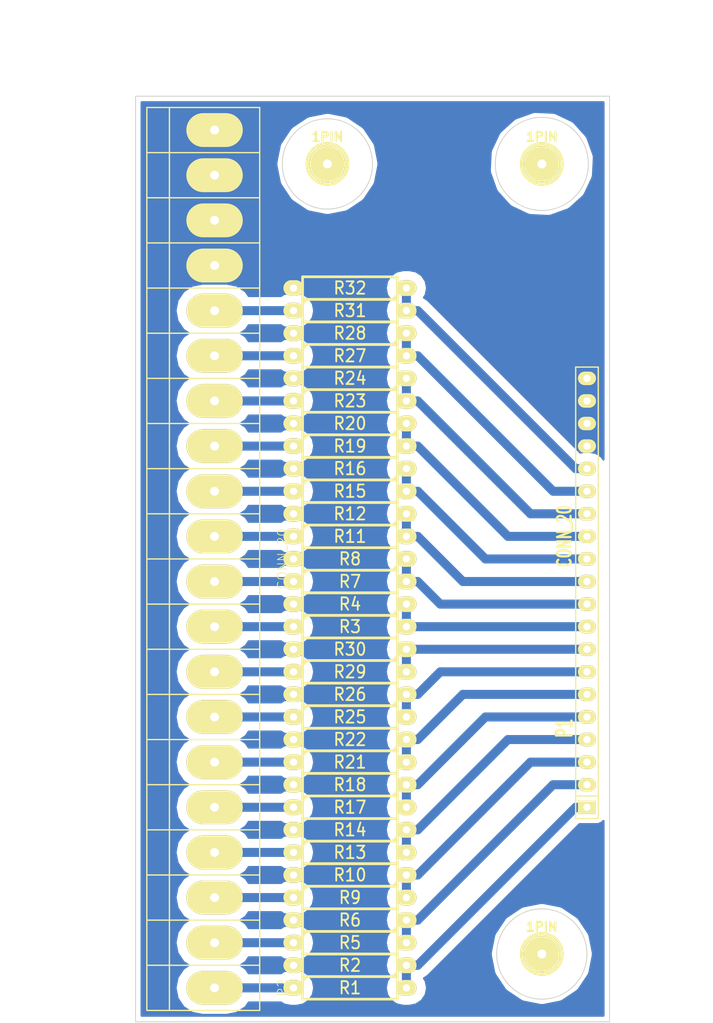
<source format=kicad_pcb>
(kicad_pcb (version 3) (host pcbnew "(2013-07-07 BZR 4022)-stable")

  (general
    (links 71)
    (no_connects 0)
    (area 68.755716 28.900001 154.05 143.891)
    (thickness 1.6)
    (drawings 14)
    (tracks 76)
    (zones 0)
    (modules 37)
    (nets 34)
  )

  (page A3)
  (layers
    (15 Rame.Fronte signal)
    (0 Rame.Retro signal)
    (16 Adesivo.Retro user)
    (17 Adesivo.Fronte user)
    (18 Pasta.Retro user)
    (19 Pasta.Fronte user)
    (20 Serigrafia.Retro user)
    (21 Serigrafia.Fronte user)
    (22 Maschera.Retro user)
    (23 Maschera.Fronte user)
    (24 Grafica user)
    (25 Commenti user)
    (26 Eco1 user)
    (27 Eco2 user hide)
    (28 Contorno.scheda user)
  )

  (setup
    (last_trace_width 1.016)
    (trace_clearance 1.016)
    (zone_clearance 0.508)
    (zone_45_only no)
    (trace_min 0.254)
    (segment_width 0.2)
    (edge_width 0.1)
    (via_size 1.778)
    (via_drill 0.889)
    (via_min_size 0.889)
    (via_min_drill 0.508)
    (uvia_size 0.508)
    (uvia_drill 0.127)
    (uvias_allowed no)
    (uvia_min_size 0.508)
    (uvia_min_drill 0.127)
    (pcb_text_width 0.3)
    (pcb_text_size 1.5 1.5)
    (mod_edge_width 0.15)
    (mod_text_size 1 1)
    (mod_text_width 0.15)
    (pad_size 4.064 4.064)
    (pad_drill 1.016)
    (pad_to_mask_clearance 0)
    (aux_axis_origin 0 0)
    (visible_elements 7FFFFFFF)
    (pcbplotparams
      (layerselection 3178497)
      (usegerberextensions true)
      (excludeedgelayer true)
      (linewidth 0.150000)
      (plotframeref false)
      (viasonmask false)
      (mode 1)
      (useauxorigin false)
      (hpglpennumber 1)
      (hpglpenspeed 20)
      (hpglpendiameter 15)
      (hpglpenoverlay 2)
      (psnegative false)
      (psa4output false)
      (plotreference true)
      (plotvalue true)
      (plotothertext true)
      (plotinvisibletext false)
      (padsonsilk false)
      (subtractmaskfromsilk false)
      (outputformat 1)
      (mirror false)
      (drillshape 0)
      (scaleselection 1)
      (outputdirectory ""))
  )

  (net 0 "")
  (net 1 AN0)
  (net 2 AN1)
  (net 3 AN2)
  (net 4 AN3)
  (net 5 AN4)
  (net 6 AN5)
  (net 7 AN6)
  (net 8 AN7)
  (net 9 AN8)
  (net 10 AN9)
  (net 11 ANA)
  (net 12 ANB)
  (net 13 ANC)
  (net 14 AND)
  (net 15 ANE)
  (net 16 ANF)
  (net 17 SEN0)
  (net 18 SEN1)
  (net 19 SEN2)
  (net 20 SEN3)
  (net 21 SEN4)
  (net 22 SEN5)
  (net 23 SEN6)
  (net 24 SEN7)
  (net 25 SEN8)
  (net 26 SEN9)
  (net 27 SENA)
  (net 28 SENB)
  (net 29 SENC)
  (net 30 SEND)
  (net 31 SENE)
  (net 32 SENF)
  (net 33 VSS)

  (net_class Default "Questo è il gruppo di collegamenti predefinito"
    (clearance 1.016)
    (trace_width 1.016)
    (via_dia 1.778)
    (via_drill 0.889)
    (uvia_dia 0.508)
    (uvia_drill 0.127)
    (add_net "")
    (add_net AN0)
    (add_net AN1)
    (add_net AN2)
    (add_net AN3)
    (add_net AN4)
    (add_net AN5)
    (add_net AN6)
    (add_net AN7)
    (add_net AN8)
    (add_net AN9)
    (add_net ANA)
    (add_net ANB)
    (add_net ANC)
    (add_net AND)
    (add_net ANE)
    (add_net ANF)
    (add_net SEN0)
    (add_net SEN1)
    (add_net SEN2)
    (add_net SEN3)
    (add_net SEN4)
    (add_net SEN5)
    (add_net SEN6)
    (add_net SEN7)
    (add_net SEN8)
    (add_net SEN9)
    (add_net SENA)
    (add_net SENB)
    (add_net SENC)
    (add_net SEND)
    (add_net SENE)
    (add_net SENF)
  )

  (net_class VSS ""
    (clearance 1.016)
    (trace_width 2.032)
    (via_dia 2.54)
    (via_drill 0.889)
    (uvia_dia 0.508)
    (uvia_drill 0.127)
    (add_net VSS)
  )

  (module SIL-20 (layer Rame.Fronte) (tedit 55F19E83) (tstamp 55F1967D)
    (at 135.89 97.79 90)
    (descr "Connecteur 18 pins")
    (tags "CONN DEV")
    (path /55F18EE9)
    (fp_text reference P1 (at -12.7 -2.54 90) (layer Serigrafia.Fronte)
      (effects (font (size 1.72974 1.08712) (thickness 0.27178)))
    )
    (fp_text value CONN_20 (at 8.89 -2.54 90) (layer Serigrafia.Fronte)
      (effects (font (size 1.524 1.016) (thickness 0.3048)))
    )
    (fp_line (start -22.86 -1.27) (end 27.94 -1.27) (layer Serigrafia.Fronte) (width 0.15))
    (fp_line (start 27.94 -1.27) (end 27.94 1.27) (layer Serigrafia.Fronte) (width 0.15))
    (fp_line (start 27.94 1.27) (end -22.86 1.27) (layer Serigrafia.Fronte) (width 0.15))
    (fp_line (start -22.86 1.27) (end -22.86 -1.27) (layer Serigrafia.Fronte) (width 0.15))
    (fp_line (start -20.32 -1.27) (end -20.32 1.27) (layer Serigrafia.Fronte) (width 0.15))
    (pad 1 thru_hole rect (at -21.59 0 90) (size 1.524 2.032) (drill 0.8128)
      (layers *.Cu *.Mask Serigrafia.Fronte)
      (net 1 AN0)
    )
    (pad 2 thru_hole oval (at -19.05 0 90) (size 1.524 2.032) (drill 0.8128)
      (layers *.Cu *.Mask Serigrafia.Fronte)
      (net 2 AN1)
    )
    (pad 3 thru_hole oval (at -16.51 0 90) (size 1.524 2.032) (drill 0.8128)
      (layers *.Cu *.Mask Serigrafia.Fronte)
      (net 3 AN2)
    )
    (pad 4 thru_hole oval (at -13.97 0 90) (size 1.524 2.032) (drill 0.8128)
      (layers *.Cu *.Mask Serigrafia.Fronte)
      (net 4 AN3)
    )
    (pad 5 thru_hole oval (at -11.43 0 90) (size 1.524 2.032) (drill 0.8128)
      (layers *.Cu *.Mask Serigrafia.Fronte)
      (net 5 AN4)
    )
    (pad 6 thru_hole oval (at -8.89 0 90) (size 1.524 2.032) (drill 0.8128)
      (layers *.Cu *.Mask Serigrafia.Fronte)
      (net 6 AN5)
    )
    (pad 7 thru_hole oval (at -6.35 0 90) (size 1.524 2.032) (drill 0.8128)
      (layers *.Cu *.Mask Serigrafia.Fronte)
      (net 7 AN6)
    )
    (pad 8 thru_hole oval (at -3.81 0 90) (size 1.524 2.032) (drill 0.8128)
      (layers *.Cu *.Mask Serigrafia.Fronte)
      (net 8 AN7)
    )
    (pad 9 thru_hole oval (at -1.27 0 90) (size 1.524 2.032) (drill 0.8128)
      (layers *.Cu *.Mask Serigrafia.Fronte)
      (net 9 AN8)
    )
    (pad 10 thru_hole oval (at 1.27 0 90) (size 1.524 2.032) (drill 0.8128)
      (layers *.Cu *.Mask Serigrafia.Fronte)
      (net 10 AN9)
    )
    (pad 11 thru_hole oval (at 3.81 0 90) (size 1.524 2.032) (drill 0.8128)
      (layers *.Cu *.Mask Serigrafia.Fronte)
      (net 11 ANA)
    )
    (pad 12 thru_hole oval (at 6.35 0 90) (size 1.524 2.032) (drill 0.8128)
      (layers *.Cu *.Mask Serigrafia.Fronte)
      (net 12 ANB)
    )
    (pad 13 thru_hole oval (at 8.89 0 90) (size 1.524 2.032) (drill 0.8128)
      (layers *.Cu *.Mask Serigrafia.Fronte)
      (net 13 ANC)
    )
    (pad 14 thru_hole oval (at 11.43 0 90) (size 1.524 2.032) (drill 0.8128)
      (layers *.Cu *.Mask Serigrafia.Fronte)
      (net 14 AND)
    )
    (pad 15 thru_hole oval (at 13.97 0 90) (size 1.524 2.032) (drill 0.8128)
      (layers *.Cu *.Mask Serigrafia.Fronte)
      (net 15 ANE)
    )
    (pad 16 thru_hole oval (at 16.51 0 90) (size 1.524 2.032) (drill 0.8128)
      (layers *.Cu *.Mask Serigrafia.Fronte)
      (net 16 ANF)
    )
    (pad 17 thru_hole oval (at 19.05 0 90) (size 1.524 2.032) (drill 0.8128)
      (layers *.Cu *.Mask Serigrafia.Fronte)
      (net 33 VSS)
    )
    (pad 18 thru_hole oval (at 21.59 0 90) (size 1.524 2.032) (drill 0.8128)
      (layers *.Cu *.Mask Serigrafia.Fronte)
      (net 33 VSS)
    )
    (pad 19 thru_hole oval (at 24.13 0 90) (size 1.524 2.032) (drill 0.8128)
      (layers *.Cu *.Mask Serigrafia.Fronte)
      (net 33 VSS)
    )
    (pad 20 thru_hole oval (at 26.67 0 90) (size 1.524 2.032) (drill 0.8128)
      (layers *.Cu *.Mask Serigrafia.Fronte)
      (net 33 VSS)
    )
  )

  (module PINHEAD20-5_08 (layer Rame.Fronte) (tedit 55F19DE9) (tstamp 55F1986D)
    (at 93.98 91.44 90)
    (path /55F190A8)
    (attr virtual)
    (fp_text reference P2 (at -48.26 7.62 90) (layer Serigrafia.Fronte)
      (effects (font (size 1.016 1.016) (thickness 0.0889)))
    )
    (fp_text value CONN_20 (at 0 7.62 90) (layer Serigrafia.Fronte)
      (effects (font (size 1.016 1.016) (thickness 0.0889)))
    )
    (fp_line (start 45.72 -7.62) (end 45.72 5.08) (layer Serigrafia.Fronte) (width 0.15))
    (fp_line (start 40.64 -7.62) (end 40.64 5.08) (layer Serigrafia.Fronte) (width 0.15))
    (fp_line (start 35.56 -7.62) (end 35.56 5.08) (layer Serigrafia.Fronte) (width 0.15))
    (fp_line (start 30.48 -7.62) (end 30.48 5.08) (layer Serigrafia.Fronte) (width 0.15))
    (fp_line (start 25.4 -7.62) (end 25.4 5.08) (layer Serigrafia.Fronte) (width 0.15))
    (fp_line (start 20.32 -7.62) (end 20.32 5.08) (layer Serigrafia.Fronte) (width 0.15))
    (fp_line (start 15.24 -7.62) (end 15.24 5.08) (layer Serigrafia.Fronte) (width 0.15))
    (fp_line (start 10.16 -7.62) (end 10.16 5.08) (layer Serigrafia.Fronte) (width 0.15))
    (fp_line (start 5.08 -7.62) (end 5.08 5.08) (layer Serigrafia.Fronte) (width 0.15))
    (fp_line (start 0 -7.62) (end 0 5.08) (layer Serigrafia.Fronte) (width 0.15))
    (fp_line (start -5.08 -7.62) (end -5.08 5.08) (layer Serigrafia.Fronte) (width 0.15))
    (fp_line (start -10.16 -7.62) (end -10.16 5.08) (layer Serigrafia.Fronte) (width 0.15))
    (fp_line (start -15.24 -7.62) (end -15.24 5.08) (layer Serigrafia.Fronte) (width 0.15))
    (fp_line (start -20.32 -7.62) (end -20.32 5.08) (layer Serigrafia.Fronte) (width 0.15))
    (fp_line (start -25.4 -7.62) (end -25.4 5.08) (layer Serigrafia.Fronte) (width 0.15))
    (fp_line (start -30.48 -7.62) (end -30.48 5.08) (layer Serigrafia.Fronte) (width 0.15))
    (fp_line (start -35.56 -7.62) (end -35.56 5.08) (layer Serigrafia.Fronte) (width 0.15))
    (fp_line (start -40.64 -7.62) (end -40.64 5.08) (layer Serigrafia.Fronte) (width 0.15))
    (fp_line (start -45.72 -7.62) (end -45.72 5.08) (layer Serigrafia.Fronte) (width 0.15))
    (fp_line (start -50.8 -5.08) (end 50.8 -5.08) (layer Serigrafia.Fronte) (width 0.15))
    (fp_line (start -50.8 -7.62) (end 50.8 -7.62) (layer Serigrafia.Fronte) (width 0.15))
    (fp_line (start 50.8 -7.62) (end 50.8 5.08) (layer Serigrafia.Fronte) (width 0.15))
    (fp_line (start 50.8 5.08) (end -50.8 5.08) (layer Serigrafia.Fronte) (width 0.15))
    (fp_line (start -50.8 5.08) (end -50.8 -7.62) (layer Serigrafia.Fronte) (width 0.15))
    (pad 1 thru_hole oval (at -48.26 0 90) (size 3.81 6.35) (drill 0.99822)
      (layers *.Cu Pasta.Fronte Serigrafia.Fronte Maschera.Fronte)
      (net 17 SEN0)
    )
    (pad 2 thru_hole oval (at -43.18 0 90) (size 3.81 6.35) (drill 0.99822)
      (layers *.Cu Pasta.Fronte Serigrafia.Fronte Maschera.Fronte)
      (net 18 SEN1)
    )
    (pad 3 thru_hole oval (at -38.1 0 90) (size 3.81 6.35) (drill 0.99822)
      (layers *.Cu Pasta.Fronte Serigrafia.Fronte Maschera.Fronte)
      (net 19 SEN2)
    )
    (pad 4 thru_hole oval (at -33.02 0 90) (size 3.81 6.35) (drill 0.99822)
      (layers *.Cu Pasta.Fronte Serigrafia.Fronte Maschera.Fronte)
      (net 20 SEN3)
    )
    (pad 5 thru_hole oval (at -27.94 0 90) (size 3.81 6.35) (drill 0.99822)
      (layers *.Cu Pasta.Fronte Serigrafia.Fronte Maschera.Fronte)
      (net 21 SEN4)
    )
    (pad 6 thru_hole oval (at -22.86 0 90) (size 3.81 6.35) (drill 0.99822)
      (layers *.Cu Pasta.Fronte Serigrafia.Fronte Maschera.Fronte)
      (net 22 SEN5)
    )
    (pad 7 thru_hole oval (at -17.78 0 90) (size 3.81 6.35) (drill 0.99822)
      (layers *.Cu Pasta.Fronte Serigrafia.Fronte Maschera.Fronte)
      (net 23 SEN6)
    )
    (pad 8 thru_hole oval (at -12.7 0 90) (size 3.81 6.35) (drill 0.99822)
      (layers *.Cu Pasta.Fronte Serigrafia.Fronte Maschera.Fronte)
      (net 24 SEN7)
    )
    (pad 9 thru_hole oval (at -7.62 0 90) (size 3.81 6.35) (drill 0.99822)
      (layers *.Cu Pasta.Fronte Serigrafia.Fronte Maschera.Fronte)
      (net 25 SEN8)
    )
    (pad 10 thru_hole oval (at -2.54 0 90) (size 3.81 6.35) (drill 0.99822)
      (layers *.Cu Pasta.Fronte Serigrafia.Fronte Maschera.Fronte)
      (net 26 SEN9)
    )
    (pad 11 thru_hole oval (at 2.54 0 90) (size 3.81 6.35) (drill 0.99822)
      (layers *.Cu Pasta.Fronte Serigrafia.Fronte Maschera.Fronte)
      (net 27 SENA)
    )
    (pad 12 thru_hole oval (at 7.62 0 90) (size 3.81 6.35) (drill 0.99822)
      (layers *.Cu Pasta.Fronte Serigrafia.Fronte Maschera.Fronte)
      (net 28 SENB)
    )
    (pad 13 thru_hole oval (at 12.7 0 90) (size 3.81 6.35) (drill 0.99822)
      (layers *.Cu Pasta.Fronte Serigrafia.Fronte Maschera.Fronte)
      (net 29 SENC)
    )
    (pad 14 thru_hole oval (at 17.78 0 90) (size 3.81 6.35) (drill 0.99822)
      (layers *.Cu Pasta.Fronte Serigrafia.Fronte Maschera.Fronte)
      (net 30 SEND)
    )
    (pad 15 thru_hole oval (at 22.86 0 90) (size 3.81 6.35) (drill 0.99822)
      (layers *.Cu Pasta.Fronte Serigrafia.Fronte Maschera.Fronte)
      (net 31 SENE)
    )
    (pad 16 thru_hole oval (at 27.94 0 90) (size 3.81 6.35) (drill 0.99822)
      (layers *.Cu Pasta.Fronte Serigrafia.Fronte Maschera.Fronte)
      (net 32 SENF)
    )
    (pad 17 thru_hole oval (at 33.02 0 90) (size 3.81 6.35) (drill 0.99822)
      (layers *.Cu Pasta.Fronte Serigrafia.Fronte Maschera.Fronte)
      (net 33 VSS)
    )
    (pad 18 thru_hole oval (at 38.1 0 90) (size 3.81 6.35) (drill 0.99822)
      (layers *.Cu Pasta.Fronte Serigrafia.Fronte Maschera.Fronte)
      (net 33 VSS)
    )
    (pad 19 thru_hole oval (at 43.18 0 90) (size 3.81 6.35) (drill 0.99822)
      (layers *.Cu Pasta.Fronte Serigrafia.Fronte Maschera.Fronte)
      (net 33 VSS)
    )
    (pad 20 thru_hole oval (at 48.26 0 90) (size 3.81 6.35) (drill 0.99822)
      (layers *.Cu Pasta.Fronte Serigrafia.Fronte Maschera.Fronte)
      (net 33 VSS)
    )
  )

  (module R5 (layer Rame.Fronte) (tedit 200000) (tstamp 55F1968B)
    (at 109.22 76.2 180)
    (descr "Resistance 5 pas")
    (tags R)
    (path /55F18E66)
    (autoplace_cost180 10)
    (fp_text reference R20 (at 0 0 180) (layer Serigrafia.Fronte)
      (effects (font (size 1.397 1.27) (thickness 0.2032)))
    )
    (fp_text value 10K (at 0 0 180) (layer Serigrafia.Fronte) hide
      (effects (font (size 1.397 1.27) (thickness 0.2032)))
    )
    (fp_line (start -6.35 0) (end -5.334 0) (layer Serigrafia.Fronte) (width 0.3048))
    (fp_line (start 6.35 0) (end 5.334 0) (layer Serigrafia.Fronte) (width 0.3048))
    (fp_line (start 5.334 -1.27) (end 5.334 1.27) (layer Serigrafia.Fronte) (width 0.3048))
    (fp_line (start 5.334 1.27) (end -5.334 1.27) (layer Serigrafia.Fronte) (width 0.3048))
    (fp_line (start -5.334 1.27) (end -5.334 -1.27) (layer Serigrafia.Fronte) (width 0.3048))
    (fp_line (start -5.334 -1.27) (end 5.334 -1.27) (layer Serigrafia.Fronte) (width 0.3048))
    (fp_line (start -5.334 -0.762) (end -4.826 -1.27) (layer Serigrafia.Fronte) (width 0.3048))
    (pad 1 thru_hole oval (at -6.35 0 180) (size 2.286 1.778) (drill 0.8128)
      (layers *.Cu *.Mask Serigrafia.Fronte)
      (net 13 ANC)
    )
    (pad 2 thru_hole oval (at 6.35 0 180) (size 2.286 1.778) (drill 0.8128)
      (layers *.Cu *.Mask Serigrafia.Fronte)
      (net 33 VSS)
    )
    (model discret/resistor.wrl
      (at (xyz 0 0 0))
      (scale (xyz 0.5 0.5 0.5))
      (rotate (xyz 0 0 0))
    )
  )

  (module R5 (layer Rame.Fronte) (tedit 200000) (tstamp 55F19699)
    (at 109.22 96.52 180)
    (descr "Resistance 5 pas")
    (tags R)
    (path /55F18DFE)
    (autoplace_cost180 10)
    (fp_text reference R4 (at 0 0 180) (layer Serigrafia.Fronte)
      (effects (font (size 1.397 1.27) (thickness 0.2032)))
    )
    (fp_text value 10K (at 0 0 180) (layer Serigrafia.Fronte) hide
      (effects (font (size 1.397 1.27) (thickness 0.2032)))
    )
    (fp_line (start -6.35 0) (end -5.334 0) (layer Serigrafia.Fronte) (width 0.3048))
    (fp_line (start 6.35 0) (end 5.334 0) (layer Serigrafia.Fronte) (width 0.3048))
    (fp_line (start 5.334 -1.27) (end 5.334 1.27) (layer Serigrafia.Fronte) (width 0.3048))
    (fp_line (start 5.334 1.27) (end -5.334 1.27) (layer Serigrafia.Fronte) (width 0.3048))
    (fp_line (start -5.334 1.27) (end -5.334 -1.27) (layer Serigrafia.Fronte) (width 0.3048))
    (fp_line (start -5.334 -1.27) (end 5.334 -1.27) (layer Serigrafia.Fronte) (width 0.3048))
    (fp_line (start -5.334 -0.762) (end -4.826 -1.27) (layer Serigrafia.Fronte) (width 0.3048))
    (pad 1 thru_hole oval (at -6.35 0 180) (size 2.286 1.778) (drill 0.8128)
      (layers *.Cu *.Mask Serigrafia.Fronte)
      (net 9 AN8)
    )
    (pad 2 thru_hole oval (at 6.35 0 180) (size 2.286 1.778) (drill 0.8128)
      (layers *.Cu *.Mask Serigrafia.Fronte)
      (net 33 VSS)
    )
    (model discret/resistor.wrl
      (at (xyz 0 0 0))
      (scale (xyz 0.5 0.5 0.5))
      (rotate (xyz 0 0 0))
    )
  )

  (module R5 (layer Rame.Fronte) (tedit 200000) (tstamp 55F196A7)
    (at 109.22 93.98)
    (descr "Resistance 5 pas")
    (tags R)
    (path /55F18E12)
    (autoplace_cost180 10)
    (fp_text reference R7 (at 0 0) (layer Serigrafia.Fronte)
      (effects (font (size 1.397 1.27) (thickness 0.2032)))
    )
    (fp_text value 22K (at 0 0) (layer Serigrafia.Fronte) hide
      (effects (font (size 1.397 1.27) (thickness 0.2032)))
    )
    (fp_line (start -6.35 0) (end -5.334 0) (layer Serigrafia.Fronte) (width 0.3048))
    (fp_line (start 6.35 0) (end 5.334 0) (layer Serigrafia.Fronte) (width 0.3048))
    (fp_line (start 5.334 -1.27) (end 5.334 1.27) (layer Serigrafia.Fronte) (width 0.3048))
    (fp_line (start 5.334 1.27) (end -5.334 1.27) (layer Serigrafia.Fronte) (width 0.3048))
    (fp_line (start -5.334 1.27) (end -5.334 -1.27) (layer Serigrafia.Fronte) (width 0.3048))
    (fp_line (start -5.334 -1.27) (end 5.334 -1.27) (layer Serigrafia.Fronte) (width 0.3048))
    (fp_line (start -5.334 -0.762) (end -4.826 -1.27) (layer Serigrafia.Fronte) (width 0.3048))
    (pad 1 thru_hole oval (at -6.35 0) (size 2.286 1.778) (drill 0.8128)
      (layers *.Cu *.Mask Serigrafia.Fronte)
      (net 26 SEN9)
    )
    (pad 2 thru_hole oval (at 6.35 0) (size 2.286 1.778) (drill 0.8128)
      (layers *.Cu *.Mask Serigrafia.Fronte)
      (net 10 AN9)
    )
    (model discret/resistor.wrl
      (at (xyz 0 0 0))
      (scale (xyz 0.5 0.5 0.5))
      (rotate (xyz 0 0 0))
    )
  )

  (module R5 (layer Rame.Fronte) (tedit 200000) (tstamp 55F196B5)
    (at 109.22 91.44 180)
    (descr "Resistance 5 pas")
    (tags R)
    (path /55F18E18)
    (autoplace_cost180 10)
    (fp_text reference R8 (at 0 0 180) (layer Serigrafia.Fronte)
      (effects (font (size 1.397 1.27) (thickness 0.2032)))
    )
    (fp_text value 10K (at 0 0 180) (layer Serigrafia.Fronte) hide
      (effects (font (size 1.397 1.27) (thickness 0.2032)))
    )
    (fp_line (start -6.35 0) (end -5.334 0) (layer Serigrafia.Fronte) (width 0.3048))
    (fp_line (start 6.35 0) (end 5.334 0) (layer Serigrafia.Fronte) (width 0.3048))
    (fp_line (start 5.334 -1.27) (end 5.334 1.27) (layer Serigrafia.Fronte) (width 0.3048))
    (fp_line (start 5.334 1.27) (end -5.334 1.27) (layer Serigrafia.Fronte) (width 0.3048))
    (fp_line (start -5.334 1.27) (end -5.334 -1.27) (layer Serigrafia.Fronte) (width 0.3048))
    (fp_line (start -5.334 -1.27) (end 5.334 -1.27) (layer Serigrafia.Fronte) (width 0.3048))
    (fp_line (start -5.334 -0.762) (end -4.826 -1.27) (layer Serigrafia.Fronte) (width 0.3048))
    (pad 1 thru_hole oval (at -6.35 0 180) (size 2.286 1.778) (drill 0.8128)
      (layers *.Cu *.Mask Serigrafia.Fronte)
      (net 10 AN9)
    )
    (pad 2 thru_hole oval (at 6.35 0 180) (size 2.286 1.778) (drill 0.8128)
      (layers *.Cu *.Mask Serigrafia.Fronte)
      (net 33 VSS)
    )
    (model discret/resistor.wrl
      (at (xyz 0 0 0))
      (scale (xyz 0.5 0.5 0.5))
      (rotate (xyz 0 0 0))
    )
  )

  (module R5 (layer Rame.Fronte) (tedit 200000) (tstamp 55F196C3)
    (at 109.22 88.9)
    (descr "Resistance 5 pas")
    (tags R)
    (path /55F18E2C)
    (autoplace_cost180 10)
    (fp_text reference R11 (at 0 0) (layer Serigrafia.Fronte)
      (effects (font (size 1.397 1.27) (thickness 0.2032)))
    )
    (fp_text value 22K (at 0 0) (layer Serigrafia.Fronte) hide
      (effects (font (size 1.397 1.27) (thickness 0.2032)))
    )
    (fp_line (start -6.35 0) (end -5.334 0) (layer Serigrafia.Fronte) (width 0.3048))
    (fp_line (start 6.35 0) (end 5.334 0) (layer Serigrafia.Fronte) (width 0.3048))
    (fp_line (start 5.334 -1.27) (end 5.334 1.27) (layer Serigrafia.Fronte) (width 0.3048))
    (fp_line (start 5.334 1.27) (end -5.334 1.27) (layer Serigrafia.Fronte) (width 0.3048))
    (fp_line (start -5.334 1.27) (end -5.334 -1.27) (layer Serigrafia.Fronte) (width 0.3048))
    (fp_line (start -5.334 -1.27) (end 5.334 -1.27) (layer Serigrafia.Fronte) (width 0.3048))
    (fp_line (start -5.334 -0.762) (end -4.826 -1.27) (layer Serigrafia.Fronte) (width 0.3048))
    (pad 1 thru_hole oval (at -6.35 0) (size 2.286 1.778) (drill 0.8128)
      (layers *.Cu *.Mask Serigrafia.Fronte)
      (net 27 SENA)
    )
    (pad 2 thru_hole oval (at 6.35 0) (size 2.286 1.778) (drill 0.8128)
      (layers *.Cu *.Mask Serigrafia.Fronte)
      (net 11 ANA)
    )
    (model discret/resistor.wrl
      (at (xyz 0 0 0))
      (scale (xyz 0.5 0.5 0.5))
      (rotate (xyz 0 0 0))
    )
  )

  (module R5 (layer Rame.Fronte) (tedit 200000) (tstamp 55F196D1)
    (at 109.22 86.36 180)
    (descr "Resistance 5 pas")
    (tags R)
    (path /55F18E32)
    (autoplace_cost180 10)
    (fp_text reference R12 (at 0 0 180) (layer Serigrafia.Fronte)
      (effects (font (size 1.397 1.27) (thickness 0.2032)))
    )
    (fp_text value 10K (at 0 0 180) (layer Serigrafia.Fronte) hide
      (effects (font (size 1.397 1.27) (thickness 0.2032)))
    )
    (fp_line (start -6.35 0) (end -5.334 0) (layer Serigrafia.Fronte) (width 0.3048))
    (fp_line (start 6.35 0) (end 5.334 0) (layer Serigrafia.Fronte) (width 0.3048))
    (fp_line (start 5.334 -1.27) (end 5.334 1.27) (layer Serigrafia.Fronte) (width 0.3048))
    (fp_line (start 5.334 1.27) (end -5.334 1.27) (layer Serigrafia.Fronte) (width 0.3048))
    (fp_line (start -5.334 1.27) (end -5.334 -1.27) (layer Serigrafia.Fronte) (width 0.3048))
    (fp_line (start -5.334 -1.27) (end 5.334 -1.27) (layer Serigrafia.Fronte) (width 0.3048))
    (fp_line (start -5.334 -0.762) (end -4.826 -1.27) (layer Serigrafia.Fronte) (width 0.3048))
    (pad 1 thru_hole oval (at -6.35 0 180) (size 2.286 1.778) (drill 0.8128)
      (layers *.Cu *.Mask Serigrafia.Fronte)
      (net 11 ANA)
    )
    (pad 2 thru_hole oval (at 6.35 0 180) (size 2.286 1.778) (drill 0.8128)
      (layers *.Cu *.Mask Serigrafia.Fronte)
      (net 33 VSS)
    )
    (model discret/resistor.wrl
      (at (xyz 0 0 0))
      (scale (xyz 0.5 0.5 0.5))
      (rotate (xyz 0 0 0))
    )
  )

  (module R5 (layer Rame.Fronte) (tedit 200000) (tstamp 55F196DF)
    (at 109.22 83.82)
    (descr "Resistance 5 pas")
    (tags R)
    (path /55F18E46)
    (autoplace_cost180 10)
    (fp_text reference R15 (at 0 0) (layer Serigrafia.Fronte)
      (effects (font (size 1.397 1.27) (thickness 0.2032)))
    )
    (fp_text value 22K (at 0 0) (layer Serigrafia.Fronte) hide
      (effects (font (size 1.397 1.27) (thickness 0.2032)))
    )
    (fp_line (start -6.35 0) (end -5.334 0) (layer Serigrafia.Fronte) (width 0.3048))
    (fp_line (start 6.35 0) (end 5.334 0) (layer Serigrafia.Fronte) (width 0.3048))
    (fp_line (start 5.334 -1.27) (end 5.334 1.27) (layer Serigrafia.Fronte) (width 0.3048))
    (fp_line (start 5.334 1.27) (end -5.334 1.27) (layer Serigrafia.Fronte) (width 0.3048))
    (fp_line (start -5.334 1.27) (end -5.334 -1.27) (layer Serigrafia.Fronte) (width 0.3048))
    (fp_line (start -5.334 -1.27) (end 5.334 -1.27) (layer Serigrafia.Fronte) (width 0.3048))
    (fp_line (start -5.334 -0.762) (end -4.826 -1.27) (layer Serigrafia.Fronte) (width 0.3048))
    (pad 1 thru_hole oval (at -6.35 0) (size 2.286 1.778) (drill 0.8128)
      (layers *.Cu *.Mask Serigrafia.Fronte)
      (net 28 SENB)
    )
    (pad 2 thru_hole oval (at 6.35 0) (size 2.286 1.778) (drill 0.8128)
      (layers *.Cu *.Mask Serigrafia.Fronte)
      (net 12 ANB)
    )
    (model discret/resistor.wrl
      (at (xyz 0 0 0))
      (scale (xyz 0.5 0.5 0.5))
      (rotate (xyz 0 0 0))
    )
  )

  (module R5 (layer Rame.Fronte) (tedit 200000) (tstamp 55F196ED)
    (at 109.22 81.28 180)
    (descr "Resistance 5 pas")
    (tags R)
    (path /55F18E4C)
    (autoplace_cost180 10)
    (fp_text reference R16 (at 0 0 180) (layer Serigrafia.Fronte)
      (effects (font (size 1.397 1.27) (thickness 0.2032)))
    )
    (fp_text value 10K (at 0 0 180) (layer Serigrafia.Fronte) hide
      (effects (font (size 1.397 1.27) (thickness 0.2032)))
    )
    (fp_line (start -6.35 0) (end -5.334 0) (layer Serigrafia.Fronte) (width 0.3048))
    (fp_line (start 6.35 0) (end 5.334 0) (layer Serigrafia.Fronte) (width 0.3048))
    (fp_line (start 5.334 -1.27) (end 5.334 1.27) (layer Serigrafia.Fronte) (width 0.3048))
    (fp_line (start 5.334 1.27) (end -5.334 1.27) (layer Serigrafia.Fronte) (width 0.3048))
    (fp_line (start -5.334 1.27) (end -5.334 -1.27) (layer Serigrafia.Fronte) (width 0.3048))
    (fp_line (start -5.334 -1.27) (end 5.334 -1.27) (layer Serigrafia.Fronte) (width 0.3048))
    (fp_line (start -5.334 -0.762) (end -4.826 -1.27) (layer Serigrafia.Fronte) (width 0.3048))
    (pad 1 thru_hole oval (at -6.35 0 180) (size 2.286 1.778) (drill 0.8128)
      (layers *.Cu *.Mask Serigrafia.Fronte)
      (net 12 ANB)
    )
    (pad 2 thru_hole oval (at 6.35 0 180) (size 2.286 1.778) (drill 0.8128)
      (layers *.Cu *.Mask Serigrafia.Fronte)
      (net 33 VSS)
    )
    (model discret/resistor.wrl
      (at (xyz 0 0 0))
      (scale (xyz 0.5 0.5 0.5))
      (rotate (xyz 0 0 0))
    )
  )

  (module R5 (layer Rame.Fronte) (tedit 200000) (tstamp 55F196FB)
    (at 109.22 78.74)
    (descr "Resistance 5 pas")
    (tags R)
    (path /55F18E60)
    (autoplace_cost180 10)
    (fp_text reference R19 (at 0 0) (layer Serigrafia.Fronte)
      (effects (font (size 1.397 1.27) (thickness 0.2032)))
    )
    (fp_text value 22K (at 0 0) (layer Serigrafia.Fronte) hide
      (effects (font (size 1.397 1.27) (thickness 0.2032)))
    )
    (fp_line (start -6.35 0) (end -5.334 0) (layer Serigrafia.Fronte) (width 0.3048))
    (fp_line (start 6.35 0) (end 5.334 0) (layer Serigrafia.Fronte) (width 0.3048))
    (fp_line (start 5.334 -1.27) (end 5.334 1.27) (layer Serigrafia.Fronte) (width 0.3048))
    (fp_line (start 5.334 1.27) (end -5.334 1.27) (layer Serigrafia.Fronte) (width 0.3048))
    (fp_line (start -5.334 1.27) (end -5.334 -1.27) (layer Serigrafia.Fronte) (width 0.3048))
    (fp_line (start -5.334 -1.27) (end 5.334 -1.27) (layer Serigrafia.Fronte) (width 0.3048))
    (fp_line (start -5.334 -0.762) (end -4.826 -1.27) (layer Serigrafia.Fronte) (width 0.3048))
    (pad 1 thru_hole oval (at -6.35 0) (size 2.286 1.778) (drill 0.8128)
      (layers *.Cu *.Mask Serigrafia.Fronte)
      (net 29 SENC)
    )
    (pad 2 thru_hole oval (at 6.35 0) (size 2.286 1.778) (drill 0.8128)
      (layers *.Cu *.Mask Serigrafia.Fronte)
      (net 13 ANC)
    )
    (model discret/resistor.wrl
      (at (xyz 0 0 0))
      (scale (xyz 0.5 0.5 0.5))
      (rotate (xyz 0 0 0))
    )
  )

  (module R5 (layer Rame.Fronte) (tedit 200000) (tstamp 55F19709)
    (at 109.22 139.7)
    (descr "Resistance 5 pas")
    (tags R)
    (path /55F18809)
    (autoplace_cost180 10)
    (fp_text reference R1 (at 0 0) (layer Serigrafia.Fronte)
      (effects (font (size 1.397 1.27) (thickness 0.2032)))
    )
    (fp_text value 22K (at 0 0) (layer Serigrafia.Fronte) hide
      (effects (font (size 1.397 1.27) (thickness 0.2032)))
    )
    (fp_line (start -6.35 0) (end -5.334 0) (layer Serigrafia.Fronte) (width 0.3048))
    (fp_line (start 6.35 0) (end 5.334 0) (layer Serigrafia.Fronte) (width 0.3048))
    (fp_line (start 5.334 -1.27) (end 5.334 1.27) (layer Serigrafia.Fronte) (width 0.3048))
    (fp_line (start 5.334 1.27) (end -5.334 1.27) (layer Serigrafia.Fronte) (width 0.3048))
    (fp_line (start -5.334 1.27) (end -5.334 -1.27) (layer Serigrafia.Fronte) (width 0.3048))
    (fp_line (start -5.334 -1.27) (end 5.334 -1.27) (layer Serigrafia.Fronte) (width 0.3048))
    (fp_line (start -5.334 -0.762) (end -4.826 -1.27) (layer Serigrafia.Fronte) (width 0.3048))
    (pad 1 thru_hole oval (at -6.35 0) (size 2.286 1.778) (drill 0.8128)
      (layers *.Cu *.Mask Serigrafia.Fronte)
      (net 17 SEN0)
    )
    (pad 2 thru_hole oval (at 6.35 0) (size 2.286 1.778) (drill 0.8128)
      (layers *.Cu *.Mask Serigrafia.Fronte)
      (net 1 AN0)
    )
    (model discret/resistor.wrl
      (at (xyz 0 0 0))
      (scale (xyz 0.5 0.5 0.5))
      (rotate (xyz 0 0 0))
    )
  )

  (module R5 (layer Rame.Fronte) (tedit 200000) (tstamp 55F19717)
    (at 109.22 73.66)
    (descr "Resistance 5 pas")
    (tags R)
    (path /55F18E7A)
    (autoplace_cost180 10)
    (fp_text reference R23 (at 0 0) (layer Serigrafia.Fronte)
      (effects (font (size 1.397 1.27) (thickness 0.2032)))
    )
    (fp_text value 22K (at 0 0) (layer Serigrafia.Fronte) hide
      (effects (font (size 1.397 1.27) (thickness 0.2032)))
    )
    (fp_line (start -6.35 0) (end -5.334 0) (layer Serigrafia.Fronte) (width 0.3048))
    (fp_line (start 6.35 0) (end 5.334 0) (layer Serigrafia.Fronte) (width 0.3048))
    (fp_line (start 5.334 -1.27) (end 5.334 1.27) (layer Serigrafia.Fronte) (width 0.3048))
    (fp_line (start 5.334 1.27) (end -5.334 1.27) (layer Serigrafia.Fronte) (width 0.3048))
    (fp_line (start -5.334 1.27) (end -5.334 -1.27) (layer Serigrafia.Fronte) (width 0.3048))
    (fp_line (start -5.334 -1.27) (end 5.334 -1.27) (layer Serigrafia.Fronte) (width 0.3048))
    (fp_line (start -5.334 -0.762) (end -4.826 -1.27) (layer Serigrafia.Fronte) (width 0.3048))
    (pad 1 thru_hole oval (at -6.35 0) (size 2.286 1.778) (drill 0.8128)
      (layers *.Cu *.Mask Serigrafia.Fronte)
      (net 30 SEND)
    )
    (pad 2 thru_hole oval (at 6.35 0) (size 2.286 1.778) (drill 0.8128)
      (layers *.Cu *.Mask Serigrafia.Fronte)
      (net 14 AND)
    )
    (model discret/resistor.wrl
      (at (xyz 0 0 0))
      (scale (xyz 0.5 0.5 0.5))
      (rotate (xyz 0 0 0))
    )
  )

  (module R5 (layer Rame.Fronte) (tedit 200000) (tstamp 55F19725)
    (at 109.22 71.12 180)
    (descr "Resistance 5 pas")
    (tags R)
    (path /55F18E80)
    (autoplace_cost180 10)
    (fp_text reference R24 (at 0 0 180) (layer Serigrafia.Fronte)
      (effects (font (size 1.397 1.27) (thickness 0.2032)))
    )
    (fp_text value 10K (at 0 0 180) (layer Serigrafia.Fronte) hide
      (effects (font (size 1.397 1.27) (thickness 0.2032)))
    )
    (fp_line (start -6.35 0) (end -5.334 0) (layer Serigrafia.Fronte) (width 0.3048))
    (fp_line (start 6.35 0) (end 5.334 0) (layer Serigrafia.Fronte) (width 0.3048))
    (fp_line (start 5.334 -1.27) (end 5.334 1.27) (layer Serigrafia.Fronte) (width 0.3048))
    (fp_line (start 5.334 1.27) (end -5.334 1.27) (layer Serigrafia.Fronte) (width 0.3048))
    (fp_line (start -5.334 1.27) (end -5.334 -1.27) (layer Serigrafia.Fronte) (width 0.3048))
    (fp_line (start -5.334 -1.27) (end 5.334 -1.27) (layer Serigrafia.Fronte) (width 0.3048))
    (fp_line (start -5.334 -0.762) (end -4.826 -1.27) (layer Serigrafia.Fronte) (width 0.3048))
    (pad 1 thru_hole oval (at -6.35 0 180) (size 2.286 1.778) (drill 0.8128)
      (layers *.Cu *.Mask Serigrafia.Fronte)
      (net 14 AND)
    )
    (pad 2 thru_hole oval (at 6.35 0 180) (size 2.286 1.778) (drill 0.8128)
      (layers *.Cu *.Mask Serigrafia.Fronte)
      (net 33 VSS)
    )
    (model discret/resistor.wrl
      (at (xyz 0 0 0))
      (scale (xyz 0.5 0.5 0.5))
      (rotate (xyz 0 0 0))
    )
  )

  (module R5 (layer Rame.Fronte) (tedit 200000) (tstamp 55F19733)
    (at 109.22 68.58)
    (descr "Resistance 5 pas")
    (tags R)
    (path /55F18E94)
    (autoplace_cost180 10)
    (fp_text reference R27 (at 0 0) (layer Serigrafia.Fronte)
      (effects (font (size 1.397 1.27) (thickness 0.2032)))
    )
    (fp_text value 22K (at 0 0) (layer Serigrafia.Fronte) hide
      (effects (font (size 1.397 1.27) (thickness 0.2032)))
    )
    (fp_line (start -6.35 0) (end -5.334 0) (layer Serigrafia.Fronte) (width 0.3048))
    (fp_line (start 6.35 0) (end 5.334 0) (layer Serigrafia.Fronte) (width 0.3048))
    (fp_line (start 5.334 -1.27) (end 5.334 1.27) (layer Serigrafia.Fronte) (width 0.3048))
    (fp_line (start 5.334 1.27) (end -5.334 1.27) (layer Serigrafia.Fronte) (width 0.3048))
    (fp_line (start -5.334 1.27) (end -5.334 -1.27) (layer Serigrafia.Fronte) (width 0.3048))
    (fp_line (start -5.334 -1.27) (end 5.334 -1.27) (layer Serigrafia.Fronte) (width 0.3048))
    (fp_line (start -5.334 -0.762) (end -4.826 -1.27) (layer Serigrafia.Fronte) (width 0.3048))
    (pad 1 thru_hole oval (at -6.35 0) (size 2.286 1.778) (drill 0.8128)
      (layers *.Cu *.Mask Serigrafia.Fronte)
      (net 31 SENE)
    )
    (pad 2 thru_hole oval (at 6.35 0) (size 2.286 1.778) (drill 0.8128)
      (layers *.Cu *.Mask Serigrafia.Fronte)
      (net 15 ANE)
    )
    (model discret/resistor.wrl
      (at (xyz 0 0 0))
      (scale (xyz 0.5 0.5 0.5))
      (rotate (xyz 0 0 0))
    )
  )

  (module R5 (layer Rame.Fronte) (tedit 200000) (tstamp 55F19741)
    (at 109.22 66.04 180)
    (descr "Resistance 5 pas")
    (tags R)
    (path /55F18E9A)
    (autoplace_cost180 10)
    (fp_text reference R28 (at 0 0 180) (layer Serigrafia.Fronte)
      (effects (font (size 1.397 1.27) (thickness 0.2032)))
    )
    (fp_text value 10K (at 0 0 180) (layer Serigrafia.Fronte) hide
      (effects (font (size 1.397 1.27) (thickness 0.2032)))
    )
    (fp_line (start -6.35 0) (end -5.334 0) (layer Serigrafia.Fronte) (width 0.3048))
    (fp_line (start 6.35 0) (end 5.334 0) (layer Serigrafia.Fronte) (width 0.3048))
    (fp_line (start 5.334 -1.27) (end 5.334 1.27) (layer Serigrafia.Fronte) (width 0.3048))
    (fp_line (start 5.334 1.27) (end -5.334 1.27) (layer Serigrafia.Fronte) (width 0.3048))
    (fp_line (start -5.334 1.27) (end -5.334 -1.27) (layer Serigrafia.Fronte) (width 0.3048))
    (fp_line (start -5.334 -1.27) (end 5.334 -1.27) (layer Serigrafia.Fronte) (width 0.3048))
    (fp_line (start -5.334 -0.762) (end -4.826 -1.27) (layer Serigrafia.Fronte) (width 0.3048))
    (pad 1 thru_hole oval (at -6.35 0 180) (size 2.286 1.778) (drill 0.8128)
      (layers *.Cu *.Mask Serigrafia.Fronte)
      (net 15 ANE)
    )
    (pad 2 thru_hole oval (at 6.35 0 180) (size 2.286 1.778) (drill 0.8128)
      (layers *.Cu *.Mask Serigrafia.Fronte)
      (net 33 VSS)
    )
    (model discret/resistor.wrl
      (at (xyz 0 0 0))
      (scale (xyz 0.5 0.5 0.5))
      (rotate (xyz 0 0 0))
    )
  )

  (module R5 (layer Rame.Fronte) (tedit 200000) (tstamp 55F1974F)
    (at 109.22 63.5)
    (descr "Resistance 5 pas")
    (tags R)
    (path /55F18EAE)
    (autoplace_cost180 10)
    (fp_text reference R31 (at 0 0) (layer Serigrafia.Fronte)
      (effects (font (size 1.397 1.27) (thickness 0.2032)))
    )
    (fp_text value 22K (at 0 0) (layer Serigrafia.Fronte) hide
      (effects (font (size 1.397 1.27) (thickness 0.2032)))
    )
    (fp_line (start -6.35 0) (end -5.334 0) (layer Serigrafia.Fronte) (width 0.3048))
    (fp_line (start 6.35 0) (end 5.334 0) (layer Serigrafia.Fronte) (width 0.3048))
    (fp_line (start 5.334 -1.27) (end 5.334 1.27) (layer Serigrafia.Fronte) (width 0.3048))
    (fp_line (start 5.334 1.27) (end -5.334 1.27) (layer Serigrafia.Fronte) (width 0.3048))
    (fp_line (start -5.334 1.27) (end -5.334 -1.27) (layer Serigrafia.Fronte) (width 0.3048))
    (fp_line (start -5.334 -1.27) (end 5.334 -1.27) (layer Serigrafia.Fronte) (width 0.3048))
    (fp_line (start -5.334 -0.762) (end -4.826 -1.27) (layer Serigrafia.Fronte) (width 0.3048))
    (pad 1 thru_hole oval (at -6.35 0) (size 2.286 1.778) (drill 0.8128)
      (layers *.Cu *.Mask Serigrafia.Fronte)
      (net 32 SENF)
    )
    (pad 2 thru_hole oval (at 6.35 0) (size 2.286 1.778) (drill 0.8128)
      (layers *.Cu *.Mask Serigrafia.Fronte)
      (net 16 ANF)
    )
    (model discret/resistor.wrl
      (at (xyz 0 0 0))
      (scale (xyz 0.5 0.5 0.5))
      (rotate (xyz 0 0 0))
    )
  )

  (module R5 (layer Rame.Fronte) (tedit 55F19EB2) (tstamp 55F1975D)
    (at 109.22 60.96 180)
    (descr "Resistance 5 pas")
    (tags R)
    (path /55F18EB4)
    (autoplace_cost180 10)
    (fp_text reference R32 (at 0 0 180) (layer Serigrafia.Fronte)
      (effects (font (size 1.397 1.27) (thickness 0.2032)))
    )
    (fp_text value 10K (at 0 0 180) (layer Serigrafia.Fronte) hide
      (effects (font (size 1.397 1.27) (thickness 0.2032)))
    )
    (fp_line (start -6.35 0) (end -5.334 0) (layer Serigrafia.Fronte) (width 0.3048))
    (fp_line (start 6.35 0) (end 5.334 0) (layer Serigrafia.Fronte) (width 0.3048))
    (fp_line (start 5.334 -1.27) (end 5.334 1.27) (layer Serigrafia.Fronte) (width 0.3048))
    (fp_line (start 5.334 1.27) (end -5.334 1.27) (layer Serigrafia.Fronte) (width 0.3048))
    (fp_line (start -5.334 1.27) (end -5.334 -1.27) (layer Serigrafia.Fronte) (width 0.3048))
    (fp_line (start -5.334 -1.27) (end 5.334 -1.27) (layer Serigrafia.Fronte) (width 0.3048))
    (fp_line (start -5.334 -0.762) (end -4.826 -1.27) (layer Serigrafia.Fronte) (width 0.3048))
    (pad 1 thru_hole oval (at -6.35 0 180) (size 2.286 1.778) (drill 0.8128)
      (layers *.Cu *.Mask Serigrafia.Fronte)
      (net 16 ANF)
    )
    (pad 2 thru_hole oval (at 6.35 0 180) (size 2.286 1.778) (drill 0.8128)
      (layers *.Cu *.Mask Serigrafia.Fronte)
      (net 33 VSS)
    )
    (model discret/resistor.wrl
      (at (xyz 0 0 0))
      (scale (xyz 0.5 0.5 0.5))
      (rotate (xyz 0 0 0))
    )
  )

  (module R5 (layer Rame.Fronte) (tedit 200000) (tstamp 55F1976B)
    (at 109.22 99.06)
    (descr "Resistance 5 pas")
    (tags R)
    (path /55F18DF8)
    (autoplace_cost180 10)
    (fp_text reference R3 (at 0 0) (layer Serigrafia.Fronte)
      (effects (font (size 1.397 1.27) (thickness 0.2032)))
    )
    (fp_text value 22K (at 0 0) (layer Serigrafia.Fronte) hide
      (effects (font (size 1.397 1.27) (thickness 0.2032)))
    )
    (fp_line (start -6.35 0) (end -5.334 0) (layer Serigrafia.Fronte) (width 0.3048))
    (fp_line (start 6.35 0) (end 5.334 0) (layer Serigrafia.Fronte) (width 0.3048))
    (fp_line (start 5.334 -1.27) (end 5.334 1.27) (layer Serigrafia.Fronte) (width 0.3048))
    (fp_line (start 5.334 1.27) (end -5.334 1.27) (layer Serigrafia.Fronte) (width 0.3048))
    (fp_line (start -5.334 1.27) (end -5.334 -1.27) (layer Serigrafia.Fronte) (width 0.3048))
    (fp_line (start -5.334 -1.27) (end 5.334 -1.27) (layer Serigrafia.Fronte) (width 0.3048))
    (fp_line (start -5.334 -0.762) (end -4.826 -1.27) (layer Serigrafia.Fronte) (width 0.3048))
    (pad 1 thru_hole oval (at -6.35 0) (size 2.286 1.778) (drill 0.8128)
      (layers *.Cu *.Mask Serigrafia.Fronte)
      (net 25 SEN8)
    )
    (pad 2 thru_hole oval (at 6.35 0) (size 2.286 1.778) (drill 0.8128)
      (layers *.Cu *.Mask Serigrafia.Fronte)
      (net 9 AN8)
    )
    (model discret/resistor.wrl
      (at (xyz 0 0 0))
      (scale (xyz 0.5 0.5 0.5))
      (rotate (xyz 0 0 0))
    )
  )

  (module R5 (layer Rame.Fronte) (tedit 200000) (tstamp 55F19779)
    (at 109.22 137.16 180)
    (descr "Resistance 5 pas")
    (tags R)
    (path /55F18816)
    (autoplace_cost180 10)
    (fp_text reference R2 (at 0 0 180) (layer Serigrafia.Fronte)
      (effects (font (size 1.397 1.27) (thickness 0.2032)))
    )
    (fp_text value 10K (at 0 0 180) (layer Serigrafia.Fronte) hide
      (effects (font (size 1.397 1.27) (thickness 0.2032)))
    )
    (fp_line (start -6.35 0) (end -5.334 0) (layer Serigrafia.Fronte) (width 0.3048))
    (fp_line (start 6.35 0) (end 5.334 0) (layer Serigrafia.Fronte) (width 0.3048))
    (fp_line (start 5.334 -1.27) (end 5.334 1.27) (layer Serigrafia.Fronte) (width 0.3048))
    (fp_line (start 5.334 1.27) (end -5.334 1.27) (layer Serigrafia.Fronte) (width 0.3048))
    (fp_line (start -5.334 1.27) (end -5.334 -1.27) (layer Serigrafia.Fronte) (width 0.3048))
    (fp_line (start -5.334 -1.27) (end 5.334 -1.27) (layer Serigrafia.Fronte) (width 0.3048))
    (fp_line (start -5.334 -0.762) (end -4.826 -1.27) (layer Serigrafia.Fronte) (width 0.3048))
    (pad 1 thru_hole oval (at -6.35 0 180) (size 2.286 1.778) (drill 0.8128)
      (layers *.Cu *.Mask Serigrafia.Fronte)
      (net 1 AN0)
    )
    (pad 2 thru_hole oval (at 6.35 0 180) (size 2.286 1.778) (drill 0.8128)
      (layers *.Cu *.Mask Serigrafia.Fronte)
      (net 33 VSS)
    )
    (model discret/resistor.wrl
      (at (xyz 0 0 0))
      (scale (xyz 0.5 0.5 0.5))
      (rotate (xyz 0 0 0))
    )
  )

  (module R5 (layer Rame.Fronte) (tedit 200000) (tstamp 55F19787)
    (at 109.22 134.62)
    (descr "Resistance 5 pas")
    (tags R)
    (path /55F18D42)
    (autoplace_cost180 10)
    (fp_text reference R5 (at 0 0) (layer Serigrafia.Fronte)
      (effects (font (size 1.397 1.27) (thickness 0.2032)))
    )
    (fp_text value 22K (at 0 0) (layer Serigrafia.Fronte) hide
      (effects (font (size 1.397 1.27) (thickness 0.2032)))
    )
    (fp_line (start -6.35 0) (end -5.334 0) (layer Serigrafia.Fronte) (width 0.3048))
    (fp_line (start 6.35 0) (end 5.334 0) (layer Serigrafia.Fronte) (width 0.3048))
    (fp_line (start 5.334 -1.27) (end 5.334 1.27) (layer Serigrafia.Fronte) (width 0.3048))
    (fp_line (start 5.334 1.27) (end -5.334 1.27) (layer Serigrafia.Fronte) (width 0.3048))
    (fp_line (start -5.334 1.27) (end -5.334 -1.27) (layer Serigrafia.Fronte) (width 0.3048))
    (fp_line (start -5.334 -1.27) (end 5.334 -1.27) (layer Serigrafia.Fronte) (width 0.3048))
    (fp_line (start -5.334 -0.762) (end -4.826 -1.27) (layer Serigrafia.Fronte) (width 0.3048))
    (pad 1 thru_hole oval (at -6.35 0) (size 2.286 1.778) (drill 0.8128)
      (layers *.Cu *.Mask Serigrafia.Fronte)
      (net 18 SEN1)
    )
    (pad 2 thru_hole oval (at 6.35 0) (size 2.286 1.778) (drill 0.8128)
      (layers *.Cu *.Mask Serigrafia.Fronte)
      (net 2 AN1)
    )
    (model discret/resistor.wrl
      (at (xyz 0 0 0))
      (scale (xyz 0.5 0.5 0.5))
      (rotate (xyz 0 0 0))
    )
  )

  (module R5 (layer Rame.Fronte) (tedit 200000) (tstamp 55F19795)
    (at 109.22 132.08 180)
    (descr "Resistance 5 pas")
    (tags R)
    (path /55F18D48)
    (autoplace_cost180 10)
    (fp_text reference R6 (at 0 0 180) (layer Serigrafia.Fronte)
      (effects (font (size 1.397 1.27) (thickness 0.2032)))
    )
    (fp_text value 10K (at 0 0 180) (layer Serigrafia.Fronte) hide
      (effects (font (size 1.397 1.27) (thickness 0.2032)))
    )
    (fp_line (start -6.35 0) (end -5.334 0) (layer Serigrafia.Fronte) (width 0.3048))
    (fp_line (start 6.35 0) (end 5.334 0) (layer Serigrafia.Fronte) (width 0.3048))
    (fp_line (start 5.334 -1.27) (end 5.334 1.27) (layer Serigrafia.Fronte) (width 0.3048))
    (fp_line (start 5.334 1.27) (end -5.334 1.27) (layer Serigrafia.Fronte) (width 0.3048))
    (fp_line (start -5.334 1.27) (end -5.334 -1.27) (layer Serigrafia.Fronte) (width 0.3048))
    (fp_line (start -5.334 -1.27) (end 5.334 -1.27) (layer Serigrafia.Fronte) (width 0.3048))
    (fp_line (start -5.334 -0.762) (end -4.826 -1.27) (layer Serigrafia.Fronte) (width 0.3048))
    (pad 1 thru_hole oval (at -6.35 0 180) (size 2.286 1.778) (drill 0.8128)
      (layers *.Cu *.Mask Serigrafia.Fronte)
      (net 2 AN1)
    )
    (pad 2 thru_hole oval (at 6.35 0 180) (size 2.286 1.778) (drill 0.8128)
      (layers *.Cu *.Mask Serigrafia.Fronte)
      (net 33 VSS)
    )
    (model discret/resistor.wrl
      (at (xyz 0 0 0))
      (scale (xyz 0.5 0.5 0.5))
      (rotate (xyz 0 0 0))
    )
  )

  (module R5 (layer Rame.Fronte) (tedit 200000) (tstamp 55F197A3)
    (at 109.22 129.54)
    (descr "Resistance 5 pas")
    (tags R)
    (path /55F18D5C)
    (autoplace_cost180 10)
    (fp_text reference R9 (at 0 0) (layer Serigrafia.Fronte)
      (effects (font (size 1.397 1.27) (thickness 0.2032)))
    )
    (fp_text value 22K (at 0 0) (layer Serigrafia.Fronte) hide
      (effects (font (size 1.397 1.27) (thickness 0.2032)))
    )
    (fp_line (start -6.35 0) (end -5.334 0) (layer Serigrafia.Fronte) (width 0.3048))
    (fp_line (start 6.35 0) (end 5.334 0) (layer Serigrafia.Fronte) (width 0.3048))
    (fp_line (start 5.334 -1.27) (end 5.334 1.27) (layer Serigrafia.Fronte) (width 0.3048))
    (fp_line (start 5.334 1.27) (end -5.334 1.27) (layer Serigrafia.Fronte) (width 0.3048))
    (fp_line (start -5.334 1.27) (end -5.334 -1.27) (layer Serigrafia.Fronte) (width 0.3048))
    (fp_line (start -5.334 -1.27) (end 5.334 -1.27) (layer Serigrafia.Fronte) (width 0.3048))
    (fp_line (start -5.334 -0.762) (end -4.826 -1.27) (layer Serigrafia.Fronte) (width 0.3048))
    (pad 1 thru_hole oval (at -6.35 0) (size 2.286 1.778) (drill 0.8128)
      (layers *.Cu *.Mask Serigrafia.Fronte)
      (net 19 SEN2)
    )
    (pad 2 thru_hole oval (at 6.35 0) (size 2.286 1.778) (drill 0.8128)
      (layers *.Cu *.Mask Serigrafia.Fronte)
      (net 3 AN2)
    )
    (model discret/resistor.wrl
      (at (xyz 0 0 0))
      (scale (xyz 0.5 0.5 0.5))
      (rotate (xyz 0 0 0))
    )
  )

  (module R5 (layer Rame.Fronte) (tedit 200000) (tstamp 55F197B1)
    (at 109.22 127 180)
    (descr "Resistance 5 pas")
    (tags R)
    (path /55F18D62)
    (autoplace_cost180 10)
    (fp_text reference R10 (at 0 0 180) (layer Serigrafia.Fronte)
      (effects (font (size 1.397 1.27) (thickness 0.2032)))
    )
    (fp_text value 10K (at 0 0 180) (layer Serigrafia.Fronte) hide
      (effects (font (size 1.397 1.27) (thickness 0.2032)))
    )
    (fp_line (start -6.35 0) (end -5.334 0) (layer Serigrafia.Fronte) (width 0.3048))
    (fp_line (start 6.35 0) (end 5.334 0) (layer Serigrafia.Fronte) (width 0.3048))
    (fp_line (start 5.334 -1.27) (end 5.334 1.27) (layer Serigrafia.Fronte) (width 0.3048))
    (fp_line (start 5.334 1.27) (end -5.334 1.27) (layer Serigrafia.Fronte) (width 0.3048))
    (fp_line (start -5.334 1.27) (end -5.334 -1.27) (layer Serigrafia.Fronte) (width 0.3048))
    (fp_line (start -5.334 -1.27) (end 5.334 -1.27) (layer Serigrafia.Fronte) (width 0.3048))
    (fp_line (start -5.334 -0.762) (end -4.826 -1.27) (layer Serigrafia.Fronte) (width 0.3048))
    (pad 1 thru_hole oval (at -6.35 0 180) (size 2.286 1.778) (drill 0.8128)
      (layers *.Cu *.Mask Serigrafia.Fronte)
      (net 3 AN2)
    )
    (pad 2 thru_hole oval (at 6.35 0 180) (size 2.286 1.778) (drill 0.8128)
      (layers *.Cu *.Mask Serigrafia.Fronte)
      (net 33 VSS)
    )
    (model discret/resistor.wrl
      (at (xyz 0 0 0))
      (scale (xyz 0.5 0.5 0.5))
      (rotate (xyz 0 0 0))
    )
  )

  (module R5 (layer Rame.Fronte) (tedit 200000) (tstamp 55F197BF)
    (at 109.22 124.46)
    (descr "Resistance 5 pas")
    (tags R)
    (path /55F18D76)
    (autoplace_cost180 10)
    (fp_text reference R13 (at 0 0) (layer Serigrafia.Fronte)
      (effects (font (size 1.397 1.27) (thickness 0.2032)))
    )
    (fp_text value 22K (at 0 0) (layer Serigrafia.Fronte) hide
      (effects (font (size 1.397 1.27) (thickness 0.2032)))
    )
    (fp_line (start -6.35 0) (end -5.334 0) (layer Serigrafia.Fronte) (width 0.3048))
    (fp_line (start 6.35 0) (end 5.334 0) (layer Serigrafia.Fronte) (width 0.3048))
    (fp_line (start 5.334 -1.27) (end 5.334 1.27) (layer Serigrafia.Fronte) (width 0.3048))
    (fp_line (start 5.334 1.27) (end -5.334 1.27) (layer Serigrafia.Fronte) (width 0.3048))
    (fp_line (start -5.334 1.27) (end -5.334 -1.27) (layer Serigrafia.Fronte) (width 0.3048))
    (fp_line (start -5.334 -1.27) (end 5.334 -1.27) (layer Serigrafia.Fronte) (width 0.3048))
    (fp_line (start -5.334 -0.762) (end -4.826 -1.27) (layer Serigrafia.Fronte) (width 0.3048))
    (pad 1 thru_hole oval (at -6.35 0) (size 2.286 1.778) (drill 0.8128)
      (layers *.Cu *.Mask Serigrafia.Fronte)
      (net 20 SEN3)
    )
    (pad 2 thru_hole oval (at 6.35 0) (size 2.286 1.778) (drill 0.8128)
      (layers *.Cu *.Mask Serigrafia.Fronte)
      (net 4 AN3)
    )
    (model discret/resistor.wrl
      (at (xyz 0 0 0))
      (scale (xyz 0.5 0.5 0.5))
      (rotate (xyz 0 0 0))
    )
  )

  (module R5 (layer Rame.Fronte) (tedit 200000) (tstamp 55F197CD)
    (at 109.22 121.92 180)
    (descr "Resistance 5 pas")
    (tags R)
    (path /55F18D7C)
    (autoplace_cost180 10)
    (fp_text reference R14 (at 0 0 180) (layer Serigrafia.Fronte)
      (effects (font (size 1.397 1.27) (thickness 0.2032)))
    )
    (fp_text value 10K (at 0 0 180) (layer Serigrafia.Fronte) hide
      (effects (font (size 1.397 1.27) (thickness 0.2032)))
    )
    (fp_line (start -6.35 0) (end -5.334 0) (layer Serigrafia.Fronte) (width 0.3048))
    (fp_line (start 6.35 0) (end 5.334 0) (layer Serigrafia.Fronte) (width 0.3048))
    (fp_line (start 5.334 -1.27) (end 5.334 1.27) (layer Serigrafia.Fronte) (width 0.3048))
    (fp_line (start 5.334 1.27) (end -5.334 1.27) (layer Serigrafia.Fronte) (width 0.3048))
    (fp_line (start -5.334 1.27) (end -5.334 -1.27) (layer Serigrafia.Fronte) (width 0.3048))
    (fp_line (start -5.334 -1.27) (end 5.334 -1.27) (layer Serigrafia.Fronte) (width 0.3048))
    (fp_line (start -5.334 -0.762) (end -4.826 -1.27) (layer Serigrafia.Fronte) (width 0.3048))
    (pad 1 thru_hole oval (at -6.35 0 180) (size 2.286 1.778) (drill 0.8128)
      (layers *.Cu *.Mask Serigrafia.Fronte)
      (net 4 AN3)
    )
    (pad 2 thru_hole oval (at 6.35 0 180) (size 2.286 1.778) (drill 0.8128)
      (layers *.Cu *.Mask Serigrafia.Fronte)
      (net 33 VSS)
    )
    (model discret/resistor.wrl
      (at (xyz 0 0 0))
      (scale (xyz 0.5 0.5 0.5))
      (rotate (xyz 0 0 0))
    )
  )

  (module R5 (layer Rame.Fronte) (tedit 200000) (tstamp 55F197DB)
    (at 109.22 119.38)
    (descr "Resistance 5 pas")
    (tags R)
    (path /55F18D90)
    (autoplace_cost180 10)
    (fp_text reference R17 (at 0 0) (layer Serigrafia.Fronte)
      (effects (font (size 1.397 1.27) (thickness 0.2032)))
    )
    (fp_text value 22K (at 0 0) (layer Serigrafia.Fronte) hide
      (effects (font (size 1.397 1.27) (thickness 0.2032)))
    )
    (fp_line (start -6.35 0) (end -5.334 0) (layer Serigrafia.Fronte) (width 0.3048))
    (fp_line (start 6.35 0) (end 5.334 0) (layer Serigrafia.Fronte) (width 0.3048))
    (fp_line (start 5.334 -1.27) (end 5.334 1.27) (layer Serigrafia.Fronte) (width 0.3048))
    (fp_line (start 5.334 1.27) (end -5.334 1.27) (layer Serigrafia.Fronte) (width 0.3048))
    (fp_line (start -5.334 1.27) (end -5.334 -1.27) (layer Serigrafia.Fronte) (width 0.3048))
    (fp_line (start -5.334 -1.27) (end 5.334 -1.27) (layer Serigrafia.Fronte) (width 0.3048))
    (fp_line (start -5.334 -0.762) (end -4.826 -1.27) (layer Serigrafia.Fronte) (width 0.3048))
    (pad 1 thru_hole oval (at -6.35 0) (size 2.286 1.778) (drill 0.8128)
      (layers *.Cu *.Mask Serigrafia.Fronte)
      (net 21 SEN4)
    )
    (pad 2 thru_hole oval (at 6.35 0) (size 2.286 1.778) (drill 0.8128)
      (layers *.Cu *.Mask Serigrafia.Fronte)
      (net 5 AN4)
    )
    (model discret/resistor.wrl
      (at (xyz 0 0 0))
      (scale (xyz 0.5 0.5 0.5))
      (rotate (xyz 0 0 0))
    )
  )

  (module R5 (layer Rame.Fronte) (tedit 200000) (tstamp 55F197E9)
    (at 109.22 116.84 180)
    (descr "Resistance 5 pas")
    (tags R)
    (path /55F18D96)
    (autoplace_cost180 10)
    (fp_text reference R18 (at 0 0 180) (layer Serigrafia.Fronte)
      (effects (font (size 1.397 1.27) (thickness 0.2032)))
    )
    (fp_text value 10K (at 0 0 180) (layer Serigrafia.Fronte) hide
      (effects (font (size 1.397 1.27) (thickness 0.2032)))
    )
    (fp_line (start -6.35 0) (end -5.334 0) (layer Serigrafia.Fronte) (width 0.3048))
    (fp_line (start 6.35 0) (end 5.334 0) (layer Serigrafia.Fronte) (width 0.3048))
    (fp_line (start 5.334 -1.27) (end 5.334 1.27) (layer Serigrafia.Fronte) (width 0.3048))
    (fp_line (start 5.334 1.27) (end -5.334 1.27) (layer Serigrafia.Fronte) (width 0.3048))
    (fp_line (start -5.334 1.27) (end -5.334 -1.27) (layer Serigrafia.Fronte) (width 0.3048))
    (fp_line (start -5.334 -1.27) (end 5.334 -1.27) (layer Serigrafia.Fronte) (width 0.3048))
    (fp_line (start -5.334 -0.762) (end -4.826 -1.27) (layer Serigrafia.Fronte) (width 0.3048))
    (pad 1 thru_hole oval (at -6.35 0 180) (size 2.286 1.778) (drill 0.8128)
      (layers *.Cu *.Mask Serigrafia.Fronte)
      (net 5 AN4)
    )
    (pad 2 thru_hole oval (at 6.35 0 180) (size 2.286 1.778) (drill 0.8128)
      (layers *.Cu *.Mask Serigrafia.Fronte)
      (net 33 VSS)
    )
    (model discret/resistor.wrl
      (at (xyz 0 0 0))
      (scale (xyz 0.5 0.5 0.5))
      (rotate (xyz 0 0 0))
    )
  )

  (module R5 (layer Rame.Fronte) (tedit 200000) (tstamp 55F197F7)
    (at 109.22 114.3)
    (descr "Resistance 5 pas")
    (tags R)
    (path /55F18DAA)
    (autoplace_cost180 10)
    (fp_text reference R21 (at 0 0) (layer Serigrafia.Fronte)
      (effects (font (size 1.397 1.27) (thickness 0.2032)))
    )
    (fp_text value 22K (at 0 0) (layer Serigrafia.Fronte) hide
      (effects (font (size 1.397 1.27) (thickness 0.2032)))
    )
    (fp_line (start -6.35 0) (end -5.334 0) (layer Serigrafia.Fronte) (width 0.3048))
    (fp_line (start 6.35 0) (end 5.334 0) (layer Serigrafia.Fronte) (width 0.3048))
    (fp_line (start 5.334 -1.27) (end 5.334 1.27) (layer Serigrafia.Fronte) (width 0.3048))
    (fp_line (start 5.334 1.27) (end -5.334 1.27) (layer Serigrafia.Fronte) (width 0.3048))
    (fp_line (start -5.334 1.27) (end -5.334 -1.27) (layer Serigrafia.Fronte) (width 0.3048))
    (fp_line (start -5.334 -1.27) (end 5.334 -1.27) (layer Serigrafia.Fronte) (width 0.3048))
    (fp_line (start -5.334 -0.762) (end -4.826 -1.27) (layer Serigrafia.Fronte) (width 0.3048))
    (pad 1 thru_hole oval (at -6.35 0) (size 2.286 1.778) (drill 0.8128)
      (layers *.Cu *.Mask Serigrafia.Fronte)
      (net 22 SEN5)
    )
    (pad 2 thru_hole oval (at 6.35 0) (size 2.286 1.778) (drill 0.8128)
      (layers *.Cu *.Mask Serigrafia.Fronte)
      (net 6 AN5)
    )
    (model discret/resistor.wrl
      (at (xyz 0 0 0))
      (scale (xyz 0.5 0.5 0.5))
      (rotate (xyz 0 0 0))
    )
  )

  (module R5 (layer Rame.Fronte) (tedit 200000) (tstamp 55F19805)
    (at 109.22 111.76 180)
    (descr "Resistance 5 pas")
    (tags R)
    (path /55F18DB0)
    (autoplace_cost180 10)
    (fp_text reference R22 (at 0 0 180) (layer Serigrafia.Fronte)
      (effects (font (size 1.397 1.27) (thickness 0.2032)))
    )
    (fp_text value 10K (at 0 0 180) (layer Serigrafia.Fronte) hide
      (effects (font (size 1.397 1.27) (thickness 0.2032)))
    )
    (fp_line (start -6.35 0) (end -5.334 0) (layer Serigrafia.Fronte) (width 0.3048))
    (fp_line (start 6.35 0) (end 5.334 0) (layer Serigrafia.Fronte) (width 0.3048))
    (fp_line (start 5.334 -1.27) (end 5.334 1.27) (layer Serigrafia.Fronte) (width 0.3048))
    (fp_line (start 5.334 1.27) (end -5.334 1.27) (layer Serigrafia.Fronte) (width 0.3048))
    (fp_line (start -5.334 1.27) (end -5.334 -1.27) (layer Serigrafia.Fronte) (width 0.3048))
    (fp_line (start -5.334 -1.27) (end 5.334 -1.27) (layer Serigrafia.Fronte) (width 0.3048))
    (fp_line (start -5.334 -0.762) (end -4.826 -1.27) (layer Serigrafia.Fronte) (width 0.3048))
    (pad 1 thru_hole oval (at -6.35 0 180) (size 2.286 1.778) (drill 0.8128)
      (layers *.Cu *.Mask Serigrafia.Fronte)
      (net 6 AN5)
    )
    (pad 2 thru_hole oval (at 6.35 0 180) (size 2.286 1.778) (drill 0.8128)
      (layers *.Cu *.Mask Serigrafia.Fronte)
      (net 33 VSS)
    )
    (model discret/resistor.wrl
      (at (xyz 0 0 0))
      (scale (xyz 0.5 0.5 0.5))
      (rotate (xyz 0 0 0))
    )
  )

  (module R5 (layer Rame.Fronte) (tedit 200000) (tstamp 55F19813)
    (at 109.22 109.22)
    (descr "Resistance 5 pas")
    (tags R)
    (path /55F18DC4)
    (autoplace_cost180 10)
    (fp_text reference R25 (at 0 0) (layer Serigrafia.Fronte)
      (effects (font (size 1.397 1.27) (thickness 0.2032)))
    )
    (fp_text value 22K (at 0 0) (layer Serigrafia.Fronte) hide
      (effects (font (size 1.397 1.27) (thickness 0.2032)))
    )
    (fp_line (start -6.35 0) (end -5.334 0) (layer Serigrafia.Fronte) (width 0.3048))
    (fp_line (start 6.35 0) (end 5.334 0) (layer Serigrafia.Fronte) (width 0.3048))
    (fp_line (start 5.334 -1.27) (end 5.334 1.27) (layer Serigrafia.Fronte) (width 0.3048))
    (fp_line (start 5.334 1.27) (end -5.334 1.27) (layer Serigrafia.Fronte) (width 0.3048))
    (fp_line (start -5.334 1.27) (end -5.334 -1.27) (layer Serigrafia.Fronte) (width 0.3048))
    (fp_line (start -5.334 -1.27) (end 5.334 -1.27) (layer Serigrafia.Fronte) (width 0.3048))
    (fp_line (start -5.334 -0.762) (end -4.826 -1.27) (layer Serigrafia.Fronte) (width 0.3048))
    (pad 1 thru_hole oval (at -6.35 0) (size 2.286 1.778) (drill 0.8128)
      (layers *.Cu *.Mask Serigrafia.Fronte)
      (net 23 SEN6)
    )
    (pad 2 thru_hole oval (at 6.35 0) (size 2.286 1.778) (drill 0.8128)
      (layers *.Cu *.Mask Serigrafia.Fronte)
      (net 7 AN6)
    )
    (model discret/resistor.wrl
      (at (xyz 0 0 0))
      (scale (xyz 0.5 0.5 0.5))
      (rotate (xyz 0 0 0))
    )
  )

  (module R5 (layer Rame.Fronte) (tedit 200000) (tstamp 55F19821)
    (at 109.22 106.68 180)
    (descr "Resistance 5 pas")
    (tags R)
    (path /55F18DCA)
    (autoplace_cost180 10)
    (fp_text reference R26 (at 0 0 180) (layer Serigrafia.Fronte)
      (effects (font (size 1.397 1.27) (thickness 0.2032)))
    )
    (fp_text value 10K (at 0 0 180) (layer Serigrafia.Fronte) hide
      (effects (font (size 1.397 1.27) (thickness 0.2032)))
    )
    (fp_line (start -6.35 0) (end -5.334 0) (layer Serigrafia.Fronte) (width 0.3048))
    (fp_line (start 6.35 0) (end 5.334 0) (layer Serigrafia.Fronte) (width 0.3048))
    (fp_line (start 5.334 -1.27) (end 5.334 1.27) (layer Serigrafia.Fronte) (width 0.3048))
    (fp_line (start 5.334 1.27) (end -5.334 1.27) (layer Serigrafia.Fronte) (width 0.3048))
    (fp_line (start -5.334 1.27) (end -5.334 -1.27) (layer Serigrafia.Fronte) (width 0.3048))
    (fp_line (start -5.334 -1.27) (end 5.334 -1.27) (layer Serigrafia.Fronte) (width 0.3048))
    (fp_line (start -5.334 -0.762) (end -4.826 -1.27) (layer Serigrafia.Fronte) (width 0.3048))
    (pad 1 thru_hole oval (at -6.35 0 180) (size 2.286 1.778) (drill 0.8128)
      (layers *.Cu *.Mask Serigrafia.Fronte)
      (net 7 AN6)
    )
    (pad 2 thru_hole oval (at 6.35 0 180) (size 2.286 1.778) (drill 0.8128)
      (layers *.Cu *.Mask Serigrafia.Fronte)
      (net 33 VSS)
    )
    (model discret/resistor.wrl
      (at (xyz 0 0 0))
      (scale (xyz 0.5 0.5 0.5))
      (rotate (xyz 0 0 0))
    )
  )

  (module R5 (layer Rame.Fronte) (tedit 200000) (tstamp 55F1982F)
    (at 109.22 104.14)
    (descr "Resistance 5 pas")
    (tags R)
    (path /55F18DDE)
    (autoplace_cost180 10)
    (fp_text reference R29 (at 0 0) (layer Serigrafia.Fronte)
      (effects (font (size 1.397 1.27) (thickness 0.2032)))
    )
    (fp_text value 22K (at 0 0) (layer Serigrafia.Fronte) hide
      (effects (font (size 1.397 1.27) (thickness 0.2032)))
    )
    (fp_line (start -6.35 0) (end -5.334 0) (layer Serigrafia.Fronte) (width 0.3048))
    (fp_line (start 6.35 0) (end 5.334 0) (layer Serigrafia.Fronte) (width 0.3048))
    (fp_line (start 5.334 -1.27) (end 5.334 1.27) (layer Serigrafia.Fronte) (width 0.3048))
    (fp_line (start 5.334 1.27) (end -5.334 1.27) (layer Serigrafia.Fronte) (width 0.3048))
    (fp_line (start -5.334 1.27) (end -5.334 -1.27) (layer Serigrafia.Fronte) (width 0.3048))
    (fp_line (start -5.334 -1.27) (end 5.334 -1.27) (layer Serigrafia.Fronte) (width 0.3048))
    (fp_line (start -5.334 -0.762) (end -4.826 -1.27) (layer Serigrafia.Fronte) (width 0.3048))
    (pad 1 thru_hole oval (at -6.35 0) (size 2.286 1.778) (drill 0.8128)
      (layers *.Cu *.Mask Serigrafia.Fronte)
      (net 24 SEN7)
    )
    (pad 2 thru_hole oval (at 6.35 0) (size 2.286 1.778) (drill 0.8128)
      (layers *.Cu *.Mask Serigrafia.Fronte)
      (net 8 AN7)
    )
    (model discret/resistor.wrl
      (at (xyz 0 0 0))
      (scale (xyz 0.5 0.5 0.5))
      (rotate (xyz 0 0 0))
    )
  )

  (module R5 (layer Rame.Fronte) (tedit 200000) (tstamp 55F1983D)
    (at 109.22 101.6 180)
    (descr "Resistance 5 pas")
    (tags R)
    (path /55F18DE4)
    (autoplace_cost180 10)
    (fp_text reference R30 (at 0 0 180) (layer Serigrafia.Fronte)
      (effects (font (size 1.397 1.27) (thickness 0.2032)))
    )
    (fp_text value 10K (at 0 0 180) (layer Serigrafia.Fronte) hide
      (effects (font (size 1.397 1.27) (thickness 0.2032)))
    )
    (fp_line (start -6.35 0) (end -5.334 0) (layer Serigrafia.Fronte) (width 0.3048))
    (fp_line (start 6.35 0) (end 5.334 0) (layer Serigrafia.Fronte) (width 0.3048))
    (fp_line (start 5.334 -1.27) (end 5.334 1.27) (layer Serigrafia.Fronte) (width 0.3048))
    (fp_line (start 5.334 1.27) (end -5.334 1.27) (layer Serigrafia.Fronte) (width 0.3048))
    (fp_line (start -5.334 1.27) (end -5.334 -1.27) (layer Serigrafia.Fronte) (width 0.3048))
    (fp_line (start -5.334 -1.27) (end 5.334 -1.27) (layer Serigrafia.Fronte) (width 0.3048))
    (fp_line (start -5.334 -0.762) (end -4.826 -1.27) (layer Serigrafia.Fronte) (width 0.3048))
    (pad 1 thru_hole oval (at -6.35 0 180) (size 2.286 1.778) (drill 0.8128)
      (layers *.Cu *.Mask Serigrafia.Fronte)
      (net 8 AN7)
    )
    (pad 2 thru_hole oval (at 6.35 0 180) (size 2.286 1.778) (drill 0.8128)
      (layers *.Cu *.Mask Serigrafia.Fronte)
      (net 33 VSS)
    )
    (model discret/resistor.wrl
      (at (xyz 0 0 0))
      (scale (xyz 0.5 0.5 0.5))
      (rotate (xyz 0 0 0))
    )
  )

  (module 1pin (layer Rame.Fronte) (tedit 55F6CE1D) (tstamp 55F77DD9)
    (at 106.68 46.99)
    (descr "module 1 pin (ou trou mecanique de percage)")
    (tags DEV)
    (path 1pin)
    (fp_text reference 1PIN (at 0 -3.048) (layer Serigrafia.Fronte)
      (effects (font (size 1.016 1.016) (thickness 0.254)))
    )
    (fp_text value P*** (at 0 2.794) (layer Serigrafia.Fronte) hide
      (effects (font (size 1.016 1.016) (thickness 0.254)))
    )
    (fp_circle (center 0 0) (end 0 -2.286) (layer Serigrafia.Fronte) (width 0.381))
    (pad 1 thru_hole circle (at 0 0) (size 4.064 4.064) (drill 1.016)
      (layers *.Cu *.Mask Serigrafia.Fronte)
    )
  )

  (module 1pin (layer Rame.Fronte) (tedit 55F6CE2E) (tstamp 55F77DE4)
    (at 130.81 46.99)
    (descr "module 1 pin (ou trou mecanique de percage)")
    (tags DEV)
    (path 1pin)
    (fp_text reference 1PIN (at 0 -3.048) (layer Serigrafia.Fronte)
      (effects (font (size 1.016 1.016) (thickness 0.254)))
    )
    (fp_text value P*** (at 0 2.794) (layer Serigrafia.Fronte) hide
      (effects (font (size 1.016 1.016) (thickness 0.254)))
    )
    (fp_circle (center 0 0) (end 0 -2.286) (layer Serigrafia.Fronte) (width 0.381))
    (pad 1 thru_hole circle (at 0 0) (size 4.064 4.064) (drill 1.016)
      (layers *.Cu *.Mask Serigrafia.Fronte)
    )
  )

  (module 1pin (layer Rame.Fronte) (tedit 55F6CE38) (tstamp 55F77DEF)
    (at 130.81 135.89)
    (descr "module 1 pin (ou trou mecanique de percage)")
    (tags DEV)
    (path 1pin)
    (fp_text reference 1PIN (at 0 -3.048) (layer Serigrafia.Fronte)
      (effects (font (size 1.016 1.016) (thickness 0.254)))
    )
    (fp_text value P*** (at 0 2.794) (layer Serigrafia.Fronte) hide
      (effects (font (size 1.016 1.016) (thickness 0.254)))
    )
    (fp_circle (center 0 0) (end 0 -2.286) (layer Serigrafia.Fronte) (width 0.381))
    (pad 1 thru_hole circle (at 0 0) (size 4.064 4.064) (drill 1.016)
      (layers *.Cu *.Mask Serigrafia.Fronte)
    )
  )

  (dimension 10.16 (width 0.3) (layer Commenti)
    (gr_text "10,160 mm" (at 147.4 46.99 90) (layer Commenti)
      (effects (font (size 1.5 1.5) (thickness 0.3)))
    )
    (feature1 (pts (xy 130.81 41.91) (xy 148.75 41.91)))
    (feature2 (pts (xy 130.81 52.07) (xy 148.75 52.07)))
    (crossbar (pts (xy 146.05 52.07) (xy 146.05 41.91)))
    (arrow1a (pts (xy 146.05 41.91) (xy 146.63642 43.036503)))
    (arrow1b (pts (xy 146.05 41.91) (xy 145.46358 43.036503)))
    (arrow2a (pts (xy 146.05 52.07) (xy 146.63642 50.943497)))
    (arrow2b (pts (xy 146.05 52.07) (xy 145.46358 50.943497)))
  )
  (dimension 104.14 (width 0.3) (layer Commenti)
    (gr_text "104,140 mm" (at 76.12 91.44 90) (layer Commenti)
      (effects (font (size 1.5 1.5) (thickness 0.3)))
    )
    (feature1 (pts (xy 85.09 39.37) (xy 74.77 39.37)))
    (feature2 (pts (xy 85.09 143.51) (xy 74.77 143.51)))
    (crossbar (pts (xy 77.47 143.51) (xy 77.47 39.37)))
    (arrow1a (pts (xy 77.47 39.37) (xy 78.05642 40.496503)))
    (arrow1b (pts (xy 77.47 39.37) (xy 76.88358 40.496503)))
    (arrow2a (pts (xy 77.47 143.51) (xy 78.05642 142.383497)))
    (arrow2b (pts (xy 77.47 143.51) (xy 76.88358 142.383497)))
  )
  (dimension 53.34 (width 0.3) (layer Commenti)
    (gr_text "53,340 mm" (at 111.76 30.400001) (layer Commenti)
      (effects (font (size 1.5 1.5) (thickness 0.3)))
    )
    (feature1 (pts (xy 138.43 39.37) (xy 138.43 29.050001)))
    (feature2 (pts (xy 85.09 39.37) (xy 85.09 29.050001)))
    (crossbar (pts (xy 85.09 31.750001) (xy 138.43 31.750001)))
    (arrow1a (pts (xy 138.43 31.750001) (xy 137.303497 32.336421)))
    (arrow1b (pts (xy 138.43 31.750001) (xy 137.303497 31.163581)))
    (arrow2a (pts (xy 85.09 31.750001) (xy 86.216503 32.336421)))
    (arrow2b (pts (xy 85.09 31.750001) (xy 86.216503 31.163581)))
  )
  (gr_line (start 85.09 143.51) (end 88.9 143.51) (angle 90) (layer Contorno.scheda) (width 0.1))
  (gr_circle (center 130.81 135.89) (end 135.89 135.89) (layer Contorno.scheda) (width 0.1))
  (gr_circle (center 130.81 46.99) (end 132.08 41.91) (layer Contorno.scheda) (width 0.1))
  (gr_circle (center 106.68 46.99) (end 106.68 41.91) (layer Contorno.scheda) (width 0.1))
  (gr_line (start 85.09 39.37) (end 88.9 39.37) (angle 90) (layer Contorno.scheda) (width 0.1))
  (gr_line (start 85.09 143.51) (end 88.9 143.51) (angle 90) (layer Eco2) (width 0.2))
  (gr_line (start 85.09 39.37) (end 88.9 39.37) (angle 90) (layer Eco2) (width 0.2))
  (gr_line (start 85.09 39.37) (end 85.09 143.51) (angle 90) (layer Contorno.scheda) (width 0.1))
  (gr_line (start 138.43 39.37) (end 88.9 39.37) (angle 90) (layer Contorno.scheda) (width 0.1))
  (gr_line (start 138.43 143.51) (end 138.43 39.37) (angle 90) (layer Contorno.scheda) (width 0.1))
  (gr_line (start 88.9 143.51) (end 138.43 143.51) (angle 90) (layer Contorno.scheda) (width 0.1))

  (segment (start 115.57 137.16) (end 116.84 137.16) (width 1.016) (layer Rame.Retro) (net 1))
  (segment (start 134.62 119.38) (end 135.89 119.38) (width 1.016) (layer Rame.Retro) (net 1) (tstamp 55F19B83))
  (segment (start 116.84 137.16) (end 134.62 119.38) (width 1.016) (layer Rame.Retro) (net 1) (tstamp 55F19B82))
  (segment (start 115.57 139.7) (end 115.57 137.16) (width 1.016) (layer Rame.Retro) (net 1))
  (segment (start 115.57 134.62) (end 115.57 132.08) (width 1.016) (layer Rame.Retro) (net 2))
  (segment (start 115.57 132.08) (end 116.84 132.08) (width 1.016) (layer Rame.Retro) (net 2) (tstamp 55F19B30))
  (segment (start 116.84 132.08) (end 132.08 116.84) (width 1.016) (layer Rame.Retro) (net 2) (tstamp 55F19B31))
  (segment (start 132.08 116.84) (end 135.89 116.84) (width 1.016) (layer Rame.Retro) (net 2) (tstamp 55F19B32) (status 20))
  (segment (start 115.57 129.54) (end 115.57 127) (width 1.016) (layer Rame.Retro) (net 3))
  (segment (start 115.57 127) (end 116.84 127) (width 1.016) (layer Rame.Retro) (net 3) (tstamp 55F19B2C))
  (segment (start 116.84 127) (end 129.54 114.3) (width 1.016) (layer Rame.Retro) (net 3) (tstamp 55F19B2D))
  (segment (start 129.54 114.3) (end 135.89 114.3) (width 1.016) (layer Rame.Retro) (net 3) (tstamp 55F19B2E) (status 20))
  (segment (start 115.57 124.46) (end 115.57 121.92) (width 1.016) (layer Rame.Retro) (net 4))
  (segment (start 115.57 121.92) (end 116.84 121.92) (width 1.016) (layer Rame.Retro) (net 4) (tstamp 55F19B27))
  (segment (start 116.84 121.92) (end 127 111.76) (width 1.016) (layer Rame.Retro) (net 4) (tstamp 55F19B28))
  (segment (start 127 111.76) (end 135.89 111.76) (width 1.016) (layer Rame.Retro) (net 4) (tstamp 55F19B29) (status 20))
  (segment (start 115.57 119.38) (end 115.57 116.84) (width 1.016) (layer Rame.Retro) (net 5))
  (segment (start 115.57 116.84) (end 116.84 116.84) (width 1.016) (layer Rame.Retro) (net 5) (tstamp 55F19B22))
  (segment (start 116.84 116.84) (end 124.46 109.22) (width 1.016) (layer Rame.Retro) (net 5) (tstamp 55F19B23))
  (segment (start 124.46 109.22) (end 135.89 109.22) (width 1.016) (layer Rame.Retro) (net 5) (tstamp 55F19B24) (status 20))
  (segment (start 115.57 114.3) (end 115.57 111.76) (width 1.016) (layer Rame.Retro) (net 6))
  (segment (start 115.57 111.76) (end 116.84 111.76) (width 1.016) (layer Rame.Retro) (net 6) (tstamp 55F19B1D))
  (segment (start 116.84 111.76) (end 121.92 106.68) (width 1.016) (layer Rame.Retro) (net 6) (tstamp 55F19B1E))
  (segment (start 121.92 106.68) (end 135.89 106.68) (width 1.016) (layer Rame.Retro) (net 6) (tstamp 55F19B1F) (status 20))
  (segment (start 115.57 109.22) (end 115.57 106.68) (width 1.016) (layer Rame.Retro) (net 7))
  (segment (start 115.57 106.68) (end 116.84 106.68) (width 1.016) (layer Rame.Retro) (net 7) (tstamp 55F19B18))
  (segment (start 116.84 106.68) (end 119.38 104.14) (width 1.016) (layer Rame.Retro) (net 7) (tstamp 55F19B19))
  (segment (start 119.38 104.14) (end 135.89 104.14) (width 1.016) (layer Rame.Retro) (net 7) (tstamp 55F19B1A) (status 20))
  (segment (start 115.57 104.14) (end 115.57 101.6) (width 1.016) (layer Rame.Retro) (net 8))
  (segment (start 115.57 101.6) (end 135.89 101.6) (width 1.016) (layer Rame.Retro) (net 8) (tstamp 55F19B15) (status 20))
  (segment (start 115.57 96.52) (end 115.57 99.06) (width 1.016) (layer Rame.Retro) (net 9))
  (segment (start 115.57 99.06) (end 135.89 99.06) (width 1.016) (layer Rame.Retro) (net 9) (tstamp 55F19B12) (status 20))
  (segment (start 115.57 93.98) (end 116.84 93.98) (width 1.016) (layer Rame.Retro) (net 10))
  (segment (start 119.38 96.52) (end 135.89 96.52) (width 1.016) (layer Rame.Retro) (net 10) (tstamp 55F19B39) (status 20))
  (segment (start 116.84 93.98) (end 119.38 96.52) (width 1.016) (layer Rame.Retro) (net 10) (tstamp 55F19B38))
  (segment (start 115.57 93.98) (end 115.57 91.44) (width 1.016) (layer Rame.Retro) (net 10))
  (segment (start 115.57 88.9) (end 116.84 88.9) (width 1.016) (layer Rame.Retro) (net 11))
  (segment (start 121.92 93.98) (end 135.89 93.98) (width 1.016) (layer Rame.Retro) (net 11) (tstamp 55F19B3C) (status 20))
  (segment (start 116.84 88.9) (end 121.92 93.98) (width 1.016) (layer Rame.Retro) (net 11) (tstamp 55F19B3B))
  (segment (start 115.57 88.9) (end 115.57 86.36) (width 1.016) (layer Rame.Retro) (net 11))
  (segment (start 115.57 83.82) (end 116.84 83.82) (width 1.016) (layer Rame.Retro) (net 12))
  (segment (start 124.46 91.44) (end 135.89 91.44) (width 1.016) (layer Rame.Retro) (net 12) (tstamp 55F19B40) (status 20))
  (segment (start 116.84 83.82) (end 124.46 91.44) (width 1.016) (layer Rame.Retro) (net 12) (tstamp 55F19B3F))
  (segment (start 115.57 83.82) (end 115.57 81.28) (width 1.016) (layer Rame.Retro) (net 12) (tstamp 55F19AA2))
  (segment (start 115.57 78.74) (end 116.84 78.74) (width 1.016) (layer Rame.Retro) (net 13))
  (segment (start 127 88.9) (end 135.89 88.9) (width 1.016) (layer Rame.Retro) (net 13) (tstamp 55F19B44) (status 20))
  (segment (start 116.84 78.74) (end 127 88.9) (width 1.016) (layer Rame.Retro) (net 13) (tstamp 55F19B43))
  (segment (start 115.57 76.2) (end 115.57 78.74) (width 1.016) (layer Rame.Retro) (net 13))
  (segment (start 115.57 73.66) (end 116.84 73.66) (width 1.016) (layer Rame.Retro) (net 14))
  (segment (start 129.54 86.36) (end 135.89 86.36) (width 1.016) (layer Rame.Retro) (net 14) (tstamp 55F19B48) (status 20))
  (segment (start 116.84 73.66) (end 129.54 86.36) (width 1.016) (layer Rame.Retro) (net 14) (tstamp 55F19B47))
  (segment (start 115.57 71.12) (end 115.57 73.66) (width 1.016) (layer Rame.Retro) (net 14))
  (segment (start 115.57 68.58) (end 116.84 68.58) (width 1.016) (layer Rame.Retro) (net 15))
  (segment (start 132.08 83.82) (end 135.89 83.82) (width 1.016) (layer Rame.Retro) (net 15) (tstamp 55F19B4B) (status 20))
  (segment (start 116.84 68.58) (end 132.08 83.82) (width 1.016) (layer Rame.Retro) (net 15) (tstamp 55F19B4A))
  (segment (start 115.57 66.04) (end 115.57 68.58) (width 1.016) (layer Rame.Retro) (net 15))
  (segment (start 115.57 63.5) (end 116.84 63.5) (width 1.016) (layer Rame.Retro) (net 16))
  (segment (start 134.62 81.28) (end 135.89 81.28) (width 1.016) (layer Rame.Retro) (net 16) (tstamp 55F19B7E))
  (segment (start 116.84 63.5) (end 134.62 81.28) (width 1.016) (layer Rame.Retro) (net 16) (tstamp 55F19B7D))
  (segment (start 115.57 60.96) (end 115.57 63.5) (width 1.016) (layer Rame.Retro) (net 16))
  (segment (start 93.98 139.7) (end 102.87 139.7) (width 1.016) (layer Rame.Retro) (net 17))
  (segment (start 93.98 134.62) (end 102.87 134.62) (width 1.016) (layer Rame.Retro) (net 18))
  (segment (start 93.98 129.54) (end 102.87 129.54) (width 1.016) (layer Rame.Retro) (net 19))
  (segment (start 93.98 124.46) (end 102.87 124.46) (width 1.016) (layer Rame.Retro) (net 20))
  (segment (start 93.98 119.38) (end 102.87 119.38) (width 1.016) (layer Rame.Retro) (net 21))
  (segment (start 93.98 114.3) (end 102.87 114.3) (width 1.016) (layer Rame.Retro) (net 22))
  (segment (start 93.98 109.22) (end 102.87 109.22) (width 1.016) (layer Rame.Retro) (net 23))
  (segment (start 93.98 104.14) (end 102.87 104.14) (width 1.016) (layer Rame.Retro) (net 24))
  (segment (start 93.98 99.06) (end 102.87 99.06) (width 1.016) (layer Rame.Retro) (net 25))
  (segment (start 93.98 93.98) (end 102.87 93.98) (width 1.016) (layer Rame.Retro) (net 26))
  (segment (start 93.98 88.9) (end 102.87 88.9) (width 1.016) (layer Rame.Retro) (net 27))
  (segment (start 93.98 83.82) (end 102.87 83.82) (width 1.016) (layer Rame.Retro) (net 28))
  (segment (start 93.98 78.74) (end 102.87 78.74) (width 1.016) (layer Rame.Retro) (net 29))
  (segment (start 93.98 73.66) (end 102.87 73.66) (width 1.016) (layer Rame.Retro) (net 30))
  (segment (start 93.98 68.58) (end 102.87 68.58) (width 1.016) (layer Rame.Retro) (net 31))
  (segment (start 93.98 63.5) (end 102.87 63.5) (width 1.016) (layer Rame.Retro) (net 32))

  (zone (net 33) (net_name VSS) (layer Rame.Retro) (tstamp 55F19C1B) (hatch edge 0.508)
    (connect_pads yes (clearance 0.508))
    (min_thickness 0.254)
    (fill (arc_segments 16) (thermal_gap 0.508) (thermal_bridge_width 0.508))
    (polygon
      (pts
        (xy 138.43 143.51) (xy 85.09 143.51) (xy 85.09 39.37) (xy 138.43 39.37)
      )
    )
    (filled_polygon
      (pts
        (xy 137.745 142.825) (xy 136.560257 142.825) (xy 136.560257 136.022715) (xy 136.560141 135.89) (xy 136.560257 135.757285)
        (xy 136.560024 135.756111) (xy 136.560024 135.755441) (xy 136.559771 135.754832) (xy 136.176473 133.819033) (xy 136.176466 133.810783)
        (xy 136.073969 133.563944) (xy 134.971326 131.916836) (xy 134.78217 131.72801) (xy 134.774057 131.724657) (xy 133.140276 130.630937)
        (xy 133.134436 130.625107) (xy 132.887418 130.523041) (xy 130.943051 130.138046) (xy 130.675777 130.138279) (xy 130.667663 130.141648)
        (xy 128.739033 130.523526) (xy 128.730783 130.523534) (xy 128.483944 130.626031) (xy 126.836836 131.728674) (xy 126.64801 131.91783)
        (xy 126.644657 131.925942) (xy 125.550937 133.559723) (xy 125.545107 133.565564) (xy 125.443041 133.812582) (xy 125.058046 135.756949)
        (xy 125.058161 135.89) (xy 125.058046 136.023051) (xy 125.443041 137.967418) (xy 125.545107 138.214436) (xy 125.550937 138.220276)
        (xy 126.644657 139.854057) (xy 126.64801 139.86217) (xy 126.836836 140.051326) (xy 128.483944 141.153969) (xy 128.730783 141.256466)
        (xy 128.739033 141.256473) (xy 130.667663 141.638351) (xy 130.675777 141.641721) (xy 130.943051 141.641954) (xy 132.887418 141.256959)
        (xy 133.134436 141.154893) (xy 133.140276 141.149062) (xy 134.774057 140.055342) (xy 134.78217 140.05199) (xy 134.971326 139.863164)
        (xy 136.073969 138.216056) (xy 136.176466 137.969217) (xy 136.176473 137.960966) (xy 136.559771 136.025167) (xy 136.560024 136.024559)
        (xy 136.560024 136.023888) (xy 136.560257 136.022715) (xy 136.560257 142.825) (xy 112.430257 142.825) (xy 112.430257 47.122715)
        (xy 112.430141 46.99) (xy 112.430257 46.857285) (xy 112.430024 46.856111) (xy 112.430024 46.855441) (xy 112.429771 46.854832)
        (xy 112.046473 44.919033) (xy 112.046466 44.910783) (xy 111.943969 44.663944) (xy 110.841326 43.016836) (xy 110.65217 42.82801)
        (xy 110.644057 42.824657) (xy 109.010276 41.730937) (xy 109.004436 41.725107) (xy 108.757418 41.623041) (xy 106.813051 41.238046)
        (xy 106.545777 41.238279) (xy 106.537663 41.241648) (xy 104.609033 41.623526) (xy 104.600783 41.623534) (xy 104.353944 41.726031)
        (xy 102.706836 42.828674) (xy 102.51801 43.01783) (xy 102.514657 43.025942) (xy 101.420937 44.659723) (xy 101.415107 44.665564)
        (xy 101.313041 44.912582) (xy 100.928046 46.856949) (xy 100.928161 46.99) (xy 100.928046 47.123051) (xy 101.313041 49.067418)
        (xy 101.415107 49.314436) (xy 101.420937 49.320276) (xy 102.514657 50.954057) (xy 102.51801 50.96217) (xy 102.706836 51.151326)
        (xy 104.353944 52.253969) (xy 104.600783 52.356466) (xy 104.609033 52.356473) (xy 106.537663 52.738351) (xy 106.545777 52.741721)
        (xy 106.813051 52.741954) (xy 108.757418 52.356959) (xy 109.004436 52.254893) (xy 109.010276 52.249062) (xy 110.644057 51.155342)
        (xy 110.65217 51.15199) (xy 110.841326 50.963164) (xy 111.943969 49.316056) (xy 112.046466 49.069217) (xy 112.046473 49.060966)
        (xy 112.429771 47.125167) (xy 112.430024 47.124559) (xy 112.430024 47.123888) (xy 112.430257 47.122715) (xy 112.430257 142.825)
        (xy 105.200785 142.825) (xy 105.200785 139.7) (xy 105.046108 138.922387) (xy 104.605626 138.263159) (xy 103.946398 137.822677)
        (xy 103.168785 137.668) (xy 102.571215 137.668) (xy 101.793602 137.822677) (xy 101.454885 138.049) (xy 97.826791 138.049)
        (xy 97.489855 137.544739) (xy 96.914053 137.16) (xy 97.489855 136.775261) (xy 97.826791 136.271) (xy 101.454885 136.271)
        (xy 101.793602 136.497323) (xy 102.571215 136.652) (xy 103.168785 136.652) (xy 103.946398 136.497323) (xy 104.605626 136.056841)
        (xy 105.046108 135.397613) (xy 105.200785 134.62) (xy 105.046108 133.842387) (xy 104.605626 133.183159) (xy 103.946398 132.742677)
        (xy 103.168785 132.588) (xy 102.571215 132.588) (xy 101.793602 132.742677) (xy 101.454885 132.969) (xy 97.826791 132.969)
        (xy 97.489855 132.464739) (xy 96.914053 132.08) (xy 97.489855 131.695261) (xy 97.826791 131.191) (xy 101.454885 131.191)
        (xy 101.793602 131.417323) (xy 102.571215 131.572) (xy 103.168785 131.572) (xy 103.946398 131.417323) (xy 104.605626 130.976841)
        (xy 105.046108 130.317613) (xy 105.200785 129.54) (xy 105.046108 128.762387) (xy 104.605626 128.103159) (xy 103.946398 127.662677)
        (xy 103.168785 127.508) (xy 102.571215 127.508) (xy 101.793602 127.662677) (xy 101.454885 127.889) (xy 97.826791 127.889)
        (xy 97.489855 127.384739) (xy 96.914053 127) (xy 97.489855 126.615261) (xy 97.826791 126.111) (xy 101.454885 126.111)
        (xy 101.793602 126.337323) (xy 102.571215 126.492) (xy 103.168785 126.492) (xy 103.946398 126.337323) (xy 104.605626 125.896841)
        (xy 105.046108 125.237613) (xy 105.200785 124.46) (xy 105.046108 123.682387) (xy 104.605626 123.023159) (xy 103.946398 122.582677)
        (xy 103.168785 122.428) (xy 102.571215 122.428) (xy 101.793602 122.582677) (xy 101.454885 122.809) (xy 97.826791 122.809)
        (xy 97.489855 122.304739) (xy 96.914053 121.92) (xy 97.489855 121.535261) (xy 97.826791 121.031) (xy 101.454885 121.031)
        (xy 101.793602 121.257323) (xy 102.571215 121.412) (xy 103.168785 121.412) (xy 103.946398 121.257323) (xy 104.605626 120.816841)
        (xy 105.046108 120.157613) (xy 105.200785 119.38) (xy 105.046108 118.602387) (xy 104.605626 117.943159) (xy 103.946398 117.502677)
        (xy 103.168785 117.348) (xy 102.571215 117.348) (xy 101.793602 117.502677) (xy 101.454885 117.729) (xy 97.826791 117.729)
        (xy 97.489855 117.224739) (xy 96.914053 116.84) (xy 97.489855 116.455261) (xy 97.826791 115.951) (xy 101.454885 115.951)
        (xy 101.793602 116.177323) (xy 102.571215 116.332) (xy 103.168785 116.332) (xy 103.946398 116.177323) (xy 104.605626 115.736841)
        (xy 105.046108 115.077613) (xy 105.200785 114.3) (xy 105.046108 113.522387) (xy 104.605626 112.863159) (xy 103.946398 112.422677)
        (xy 103.168785 112.268) (xy 102.571215 112.268) (xy 101.793602 112.422677) (xy 101.454885 112.649) (xy 97.826791 112.649)
        (xy 97.489855 112.144739) (xy 96.914053 111.76) (xy 97.489855 111.375261) (xy 97.826791 110.871) (xy 101.454885 110.871)
        (xy 101.793602 111.097323) (xy 102.571215 111.252) (xy 103.168785 111.252) (xy 103.946398 111.097323) (xy 104.605626 110.656841)
        (xy 105.046108 109.997613) (xy 105.200785 109.22) (xy 105.046108 108.442387) (xy 104.605626 107.783159) (xy 103.946398 107.342677)
        (xy 103.168785 107.188) (xy 102.571215 107.188) (xy 101.793602 107.342677) (xy 101.454885 107.569) (xy 97.826791 107.569)
        (xy 97.489855 107.064739) (xy 96.914053 106.68) (xy 97.489855 106.295261) (xy 97.826791 105.791) (xy 101.454885 105.791)
        (xy 101.793602 106.017323) (xy 102.571215 106.172) (xy 103.168785 106.172) (xy 103.946398 106.017323) (xy 104.605626 105.576841)
        (xy 105.046108 104.917613) (xy 105.200785 104.14) (xy 105.046108 103.362387) (xy 104.605626 102.703159) (xy 103.946398 102.262677)
        (xy 103.168785 102.108) (xy 102.571215 102.108) (xy 101.793602 102.262677) (xy 101.454885 102.489) (xy 97.826791 102.489)
        (xy 97.489855 101.984739) (xy 96.914053 101.6) (xy 97.489855 101.215261) (xy 97.826791 100.711) (xy 101.454885 100.711)
        (xy 101.793602 100.937323) (xy 102.571215 101.092) (xy 103.168785 101.092) (xy 103.946398 100.937323) (xy 104.605626 100.496841)
        (xy 105.046108 99.837613) (xy 105.200785 99.06) (xy 105.046108 98.282387) (xy 104.605626 97.623159) (xy 103.946398 97.182677)
        (xy 103.168785 97.028) (xy 102.571215 97.028) (xy 101.793602 97.182677) (xy 101.454885 97.409) (xy 97.826791 97.409)
        (xy 97.489855 96.904739) (xy 96.914053 96.52) (xy 97.489855 96.135261) (xy 97.826791 95.631) (xy 101.454885 95.631)
        (xy 101.793602 95.857323) (xy 102.571215 96.012) (xy 103.168785 96.012) (xy 103.946398 95.857323) (xy 104.605626 95.416841)
        (xy 105.046108 94.757613) (xy 105.200785 93.98) (xy 105.046108 93.202387) (xy 104.605626 92.543159) (xy 103.946398 92.102677)
        (xy 103.168785 91.948) (xy 102.571215 91.948) (xy 101.793602 92.102677) (xy 101.454885 92.329) (xy 97.826791 92.329)
        (xy 97.489855 91.824739) (xy 96.914053 91.44) (xy 97.489855 91.055261) (xy 97.826791 90.551) (xy 101.454885 90.551)
        (xy 101.793602 90.777323) (xy 102.571215 90.932) (xy 103.168785 90.932) (xy 103.946398 90.777323) (xy 104.605626 90.336841)
        (xy 105.046108 89.677613) (xy 105.200785 88.9) (xy 105.046108 88.122387) (xy 104.605626 87.463159) (xy 103.946398 87.022677)
        (xy 103.168785 86.868) (xy 102.571215 86.868) (xy 101.793602 87.022677) (xy 101.454885 87.249) (xy 97.826791 87.249)
        (xy 97.489855 86.744739) (xy 96.914053 86.36) (xy 97.489855 85.975261) (xy 97.826791 85.471) (xy 101.454885 85.471)
        (xy 101.793602 85.697323) (xy 102.571215 85.852) (xy 103.168785 85.852) (xy 103.946398 85.697323) (xy 104.605626 85.256841)
        (xy 105.046108 84.597613) (xy 105.200785 83.82) (xy 105.046108 83.042387) (xy 104.605626 82.383159) (xy 103.946398 81.942677)
        (xy 103.168785 81.788) (xy 102.571215 81.788) (xy 101.793602 81.942677) (xy 101.454885 82.169) (xy 97.826791 82.169)
        (xy 97.489855 81.664739) (xy 96.914053 81.28) (xy 97.489855 80.895261) (xy 97.826791 80.391) (xy 101.454885 80.391)
        (xy 101.793602 80.617323) (xy 102.571215 80.772) (xy 103.168785 80.772) (xy 103.946398 80.617323) (xy 104.605626 80.176841)
        (xy 105.046108 79.517613) (xy 105.200785 78.74) (xy 105.046108 77.962387) (xy 104.605626 77.303159) (xy 103.946398 76.862677)
        (xy 103.168785 76.708) (xy 102.571215 76.708) (xy 101.793602 76.862677) (xy 101.454885 77.089) (xy 97.826791 77.089)
        (xy 97.489855 76.584739) (xy 96.914053 76.2) (xy 97.489855 75.815261) (xy 97.826791 75.311) (xy 101.454885 75.311)
        (xy 101.793602 75.537323) (xy 102.571215 75.692) (xy 103.168785 75.692) (xy 103.946398 75.537323) (xy 104.605626 75.096841)
        (xy 105.046108 74.437613) (xy 105.200785 73.66) (xy 105.046108 72.882387) (xy 104.605626 72.223159) (xy 103.946398 71.782677)
        (xy 103.168785 71.628) (xy 102.571215 71.628) (xy 101.793602 71.782677) (xy 101.454885 72.009) (xy 97.826791 72.009)
        (xy 97.489855 71.504739) (xy 96.914053 71.12) (xy 97.489855 70.735261) (xy 97.826791 70.231) (xy 101.454885 70.231)
        (xy 101.793602 70.457323) (xy 102.571215 70.612) (xy 103.168785 70.612) (xy 103.946398 70.457323) (xy 104.605626 70.016841)
        (xy 105.046108 69.357613) (xy 105.200785 68.58) (xy 105.046108 67.802387) (xy 104.605626 67.143159) (xy 103.946398 66.702677)
        (xy 103.168785 66.548) (xy 102.571215 66.548) (xy 101.793602 66.702677) (xy 101.454885 66.929) (xy 97.826791 66.929)
        (xy 97.489855 66.424739) (xy 96.914053 66.04) (xy 97.489855 65.655261) (xy 97.826791 65.151) (xy 101.454885 65.151)
        (xy 101.793602 65.377323) (xy 102.571215 65.532) (xy 103.168785 65.532) (xy 103.946398 65.377323) (xy 104.605626 64.936841)
        (xy 105.046108 64.277613) (xy 105.200785 63.5) (xy 105.046108 62.722387) (xy 104.605626 62.063159) (xy 103.946398 61.622677)
        (xy 103.168785 61.468) (xy 102.571215 61.468) (xy 101.793602 61.622677) (xy 101.454885 61.849) (xy 97.826791 61.849)
        (xy 97.489855 61.344739) (xy 96.501013 60.684015) (xy 95.334594 60.452) (xy 92.625406 60.452) (xy 91.458987 60.684015)
        (xy 90.470145 61.344739) (xy 89.809421 62.333581) (xy 89.577406 63.5) (xy 89.809421 64.666419) (xy 90.470145 65.655261)
        (xy 91.045946 66.04) (xy 90.470145 66.424739) (xy 89.809421 67.413581) (xy 89.577406 68.58) (xy 89.809421 69.746419)
        (xy 90.470145 70.735261) (xy 91.045946 71.12) (xy 90.470145 71.504739) (xy 89.809421 72.493581) (xy 89.577406 73.66)
        (xy 89.809421 74.826419) (xy 90.470145 75.815261) (xy 91.045946 76.2) (xy 90.470145 76.584739) (xy 89.809421 77.573581)
        (xy 89.577406 78.74) (xy 89.809421 79.906419) (xy 90.470145 80.895261) (xy 91.045946 81.28) (xy 90.470145 81.664739)
        (xy 89.809421 82.653581) (xy 89.577406 83.82) (xy 89.809421 84.986419) (xy 90.470145 85.975261) (xy 91.045946 86.36)
        (xy 90.470145 86.744739) (xy 89.809421 87.733581) (xy 89.577406 88.9) (xy 89.809421 90.066419) (xy 90.470145 91.055261)
        (xy 91.045946 91.44) (xy 90.470145 91.824739) (xy 89.809421 92.813581) (xy 89.577406 93.98) (xy 89.809421 95.146419)
        (xy 90.470145 96.135261) (xy 91.045946 96.52) (xy 90.470145 96.904739) (xy 89.809421 97.893581) (xy 89.577406 99.06)
        (xy 89.809421 100.226419) (xy 90.470145 101.215261) (xy 91.045946 101.6) (xy 90.470145 101.984739) (xy 89.809421 102.973581)
        (xy 89.577406 104.14) (xy 89.809421 105.306419) (xy 90.470145 106.295261) (xy 91.045946 106.68) (xy 90.470145 107.064739)
        (xy 89.809421 108.053581) (xy 89.577406 109.22) (xy 89.809421 110.386419) (xy 90.470145 111.375261) (xy 91.045946 111.76)
        (xy 90.470145 112.144739) (xy 89.809421 113.133581) (xy 89.577406 114.3) (xy 89.809421 115.466419) (xy 90.470145 116.455261)
        (xy 91.045946 116.84) (xy 90.470145 117.224739) (xy 89.809421 118.213581) (xy 89.577406 119.38) (xy 89.809421 120.546419)
        (xy 90.470145 121.535261) (xy 91.045946 121.92) (xy 90.470145 122.304739) (xy 89.809421 123.293581) (xy 89.577406 124.46)
        (xy 89.809421 125.626419) (xy 90.470145 126.615261) (xy 91.045946 127) (xy 90.470145 127.384739) (xy 89.809421 128.373581)
        (xy 89.577406 129.54) (xy 89.809421 130.706419) (xy 90.470145 131.695261) (xy 91.045946 132.08) (xy 90.470145 132.464739)
        (xy 89.809421 133.453581) (xy 89.577406 134.62) (xy 89.809421 135.786419) (xy 90.470145 136.775261) (xy 91.045946 137.16)
        (xy 90.470145 137.544739) (xy 89.809421 138.533581) (xy 89.577406 139.7) (xy 89.809421 140.866419) (xy 90.470145 141.855261)
        (xy 91.458987 142.515985) (xy 92.625406 142.748) (xy 95.334594 142.748) (xy 96.501013 142.515985) (xy 97.489855 141.855261)
        (xy 97.826791 141.351) (xy 101.454885 141.351) (xy 101.793602 141.577323) (xy 102.571215 141.732) (xy 103.168785 141.732)
        (xy 103.946398 141.577323) (xy 104.605626 141.136841) (xy 105.046108 140.477613) (xy 105.200785 139.7) (xy 105.200785 142.825)
        (xy 88.9 142.825) (xy 85.775 142.825) (xy 85.775 40.055) (xy 88.9 40.055) (xy 137.745 40.055)
        (xy 137.745 80.24974) (xy 137.533335 79.932962) (xy 136.915309 79.520009) (xy 136.673988 79.472007) (xy 136.673988 46.252781)
        (xy 136.634713 45.988409) (xy 136.632224 45.98426) (xy 135.945035 44.065013) (xy 135.807579 43.835795) (xy 135.805561 43.834299)
        (xy 134.43481 42.322571) (xy 134.220099 42.163404) (xy 134.217661 42.162793) (xy 132.37274 41.290703) (xy 132.113462 41.225818)
        (xy 132.110974 41.226187) (xy 130.072757 41.126502) (xy 129.808385 41.165777) (xy 129.806228 41.16707) (xy 127.885013 41.854965)
        (xy 127.655795 41.992421) (xy 127.654299 41.994438) (xy 126.142571 43.36519) (xy 125.983404 43.579901) (xy 125.982793 43.582338)
        (xy 125.110703 45.42726) (xy 125.045818 45.686538) (xy 125.046187 45.689025) (xy 124.946502 47.727243) (xy 124.985777 47.991615)
        (xy 125.674503 49.915153) (xy 125.811959 50.144371) (xy 125.813824 50.145754) (xy 127.184826 51.657758) (xy 127.399537 51.816925)
        (xy 127.401785 51.817487) (xy 129.24705 52.68974) (xy 129.506328 52.754625) (xy 129.508623 52.754283) (xy 131.547219 52.853988)
        (xy 131.811591 52.814713) (xy 131.813583 52.813518) (xy 133.735153 52.125497) (xy 133.964371 51.988041) (xy 133.965754 51.986175)
        (xy 135.477758 50.615174) (xy 135.636925 50.400463) (xy 135.637487 50.398214) (xy 136.50974 48.55295) (xy 136.574625 48.293672)
        (xy 136.574283 48.291376) (xy 136.673988 46.252781) (xy 136.673988 79.472007) (xy 136.186297 79.375) (xy 135.593703 79.375)
        (xy 135.140094 79.465228) (xy 118.007433 62.332567) (xy 117.551935 62.028212) (xy 117.746108 61.737613) (xy 117.900785 60.96)
        (xy 117.746108 60.182387) (xy 117.305626 59.523159) (xy 116.646398 59.082677) (xy 115.868785 58.928) (xy 115.271215 58.928)
        (xy 114.493602 59.082677) (xy 113.834374 59.523159) (xy 113.393892 60.182387) (xy 113.239215 60.96) (xy 113.393892 61.737613)
        (xy 113.722894 62.23) (xy 113.393892 62.722387) (xy 113.239215 63.5) (xy 113.393892 64.277613) (xy 113.722894 64.77)
        (xy 113.393892 65.262387) (xy 113.239215 66.04) (xy 113.393892 66.817613) (xy 113.722894 67.31) (xy 113.393892 67.802387)
        (xy 113.239215 68.58) (xy 113.393892 69.357613) (xy 113.722894 69.85) (xy 113.393892 70.342387) (xy 113.239215 71.12)
        (xy 113.393892 71.897613) (xy 113.722894 72.39) (xy 113.393892 72.882387) (xy 113.239215 73.66) (xy 113.393892 74.437613)
        (xy 113.722894 74.93) (xy 113.393892 75.422387) (xy 113.239215 76.2) (xy 113.393892 76.977613) (xy 113.722894 77.47)
        (xy 113.393892 77.962387) (xy 113.239215 78.74) (xy 113.393892 79.517613) (xy 113.722894 80.01) (xy 113.393892 80.502387)
        (xy 113.239215 81.28) (xy 113.393892 82.057613) (xy 113.722894 82.55) (xy 113.393892 83.042387) (xy 113.239215 83.82)
        (xy 113.393892 84.597613) (xy 113.722894 85.09) (xy 113.393892 85.582387) (xy 113.239215 86.36) (xy 113.393892 87.137613)
        (xy 113.722894 87.63) (xy 113.393892 88.122387) (xy 113.239215 88.9) (xy 113.393892 89.677613) (xy 113.722894 90.17)
        (xy 113.393892 90.662387) (xy 113.239215 91.44) (xy 113.393892 92.217613) (xy 113.722894 92.71) (xy 113.393892 93.202387)
        (xy 113.239215 93.98) (xy 113.393892 94.757613) (xy 113.722894 95.25) (xy 113.393892 95.742387) (xy 113.239215 96.52)
        (xy 113.393892 97.297613) (xy 113.722894 97.79) (xy 113.393892 98.282387) (xy 113.239215 99.06) (xy 113.393892 99.837613)
        (xy 113.722894 100.33) (xy 113.393892 100.822387) (xy 113.239215 101.6) (xy 113.393892 102.377613) (xy 113.722894 102.87)
        (xy 113.393892 103.362387) (xy 113.239215 104.14) (xy 113.393892 104.917613) (xy 113.722894 105.41) (xy 113.393892 105.902387)
        (xy 113.239215 106.68) (xy 113.393892 107.457613) (xy 113.722894 107.95) (xy 113.393892 108.442387) (xy 113.239215 109.22)
        (xy 113.393892 109.997613) (xy 113.722894 110.49) (xy 113.393892 110.982387) (xy 113.239215 111.76) (xy 113.393892 112.537613)
        (xy 113.722894 113.03) (xy 113.393892 113.522387) (xy 113.239215 114.3) (xy 113.393892 115.077613) (xy 113.722894 115.57)
        (xy 113.393892 116.062387) (xy 113.239215 116.84) (xy 113.393892 117.617613) (xy 113.722894 118.11) (xy 113.393892 118.602387)
        (xy 113.239215 119.38) (xy 113.393892 120.157613) (xy 113.722894 120.65) (xy 113.393892 121.142387) (xy 113.239215 121.92)
        (xy 113.393892 122.697613) (xy 113.722894 123.19) (xy 113.393892 123.682387) (xy 113.239215 124.46) (xy 113.393892 125.237613)
        (xy 113.722894 125.73) (xy 113.393892 126.222387) (xy 113.239215 127) (xy 113.393892 127.777613) (xy 113.722894 128.27)
        (xy 113.393892 128.762387) (xy 113.239215 129.54) (xy 113.393892 130.317613) (xy 113.722894 130.81) (xy 113.393892 131.302387)
        (xy 113.239215 132.08) (xy 113.393892 132.857613) (xy 113.722894 133.35) (xy 113.393892 133.842387) (xy 113.239215 134.62)
        (xy 113.393892 135.397613) (xy 113.722894 135.89) (xy 113.393892 136.382387) (xy 113.239215 137.16) (xy 113.393892 137.937613)
        (xy 113.722894 138.43) (xy 113.393892 138.922387) (xy 113.239215 139.7) (xy 113.393892 140.477613) (xy 113.834374 141.136841)
        (xy 114.493602 141.577323) (xy 115.271215 141.732) (xy 115.868785 141.732) (xy 116.646398 141.577323) (xy 117.305626 141.136841)
        (xy 117.746108 140.477613) (xy 117.900785 139.7) (xy 117.746108 138.922387) (xy 117.551935 138.631787) (xy 118.007433 138.327433)
        (xy 135.049713 121.285152) (xy 135.100359 121.285197) (xy 137.132359 121.285197) (xy 137.552611 121.111552) (xy 137.745 120.919498)
        (xy 137.745 142.825)
      )
    )
  )
)

</source>
